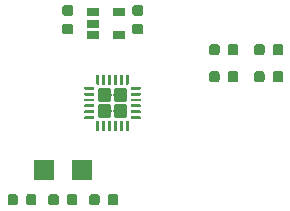
<source format=gbr>
G04 #@! TF.GenerationSoftware,KiCad,Pcbnew,(5.1.2)-1*
G04 #@! TF.CreationDate,2019-08-24T20:09:31-04:00*
G04 #@! TF.ProjectId,REV Type-C V3,52455620-5479-4706-952d-432056332e6b,rev?*
G04 #@! TF.SameCoordinates,Original*
G04 #@! TF.FileFunction,Paste,Top*
G04 #@! TF.FilePolarity,Positive*
%FSLAX46Y46*%
G04 Gerber Fmt 4.6, Leading zero omitted, Abs format (unit mm)*
G04 Created by KiCad (PCBNEW (5.1.2)-1) date 2019-08-24 20:09:31*
%MOMM*%
%LPD*%
G04 APERTURE LIST*
%ADD10C,0.100000*%
%ADD11C,0.250000*%
%ADD12C,1.170000*%
%ADD13C,0.875000*%
%ADD14R,1.750000X1.800000*%
%ADD15R,1.060000X0.650000*%
G04 APERTURE END LIST*
D10*
G36*
X124873626Y-78017801D02*
G01*
X124879693Y-78018701D01*
X124885643Y-78020191D01*
X124891418Y-78022258D01*
X124896962Y-78024880D01*
X124902223Y-78028033D01*
X124907150Y-78031687D01*
X124911694Y-78035806D01*
X124915813Y-78040350D01*
X124919467Y-78045277D01*
X124922620Y-78050538D01*
X124925242Y-78056082D01*
X124927309Y-78061857D01*
X124928799Y-78067807D01*
X124929699Y-78073874D01*
X124930000Y-78080000D01*
X124930000Y-78205000D01*
X124929699Y-78211126D01*
X124928799Y-78217193D01*
X124927309Y-78223143D01*
X124925242Y-78228918D01*
X124922620Y-78234462D01*
X124919467Y-78239723D01*
X124915813Y-78244650D01*
X124911694Y-78249194D01*
X124907150Y-78253313D01*
X124902223Y-78256967D01*
X124896962Y-78260120D01*
X124891418Y-78262742D01*
X124885643Y-78264809D01*
X124879693Y-78266299D01*
X124873626Y-78267199D01*
X124867500Y-78267500D01*
X124167500Y-78267500D01*
X124161374Y-78267199D01*
X124155307Y-78266299D01*
X124149357Y-78264809D01*
X124143582Y-78262742D01*
X124138038Y-78260120D01*
X124132777Y-78256967D01*
X124127850Y-78253313D01*
X124123306Y-78249194D01*
X124119187Y-78244650D01*
X124115533Y-78239723D01*
X124112380Y-78234462D01*
X124109758Y-78228918D01*
X124107691Y-78223143D01*
X124106201Y-78217193D01*
X124105301Y-78211126D01*
X124105000Y-78205000D01*
X124105000Y-78080000D01*
X124105301Y-78073874D01*
X124106201Y-78067807D01*
X124107691Y-78061857D01*
X124109758Y-78056082D01*
X124112380Y-78050538D01*
X124115533Y-78045277D01*
X124119187Y-78040350D01*
X124123306Y-78035806D01*
X124127850Y-78031687D01*
X124132777Y-78028033D01*
X124138038Y-78024880D01*
X124143582Y-78022258D01*
X124149357Y-78020191D01*
X124155307Y-78018701D01*
X124161374Y-78017801D01*
X124167500Y-78017500D01*
X124867500Y-78017500D01*
X124873626Y-78017801D01*
X124873626Y-78017801D01*
G37*
D11*
X124517500Y-78142500D03*
D10*
G36*
X124873626Y-77517801D02*
G01*
X124879693Y-77518701D01*
X124885643Y-77520191D01*
X124891418Y-77522258D01*
X124896962Y-77524880D01*
X124902223Y-77528033D01*
X124907150Y-77531687D01*
X124911694Y-77535806D01*
X124915813Y-77540350D01*
X124919467Y-77545277D01*
X124922620Y-77550538D01*
X124925242Y-77556082D01*
X124927309Y-77561857D01*
X124928799Y-77567807D01*
X124929699Y-77573874D01*
X124930000Y-77580000D01*
X124930000Y-77705000D01*
X124929699Y-77711126D01*
X124928799Y-77717193D01*
X124927309Y-77723143D01*
X124925242Y-77728918D01*
X124922620Y-77734462D01*
X124919467Y-77739723D01*
X124915813Y-77744650D01*
X124911694Y-77749194D01*
X124907150Y-77753313D01*
X124902223Y-77756967D01*
X124896962Y-77760120D01*
X124891418Y-77762742D01*
X124885643Y-77764809D01*
X124879693Y-77766299D01*
X124873626Y-77767199D01*
X124867500Y-77767500D01*
X124167500Y-77767500D01*
X124161374Y-77767199D01*
X124155307Y-77766299D01*
X124149357Y-77764809D01*
X124143582Y-77762742D01*
X124138038Y-77760120D01*
X124132777Y-77756967D01*
X124127850Y-77753313D01*
X124123306Y-77749194D01*
X124119187Y-77744650D01*
X124115533Y-77739723D01*
X124112380Y-77734462D01*
X124109758Y-77728918D01*
X124107691Y-77723143D01*
X124106201Y-77717193D01*
X124105301Y-77711126D01*
X124105000Y-77705000D01*
X124105000Y-77580000D01*
X124105301Y-77573874D01*
X124106201Y-77567807D01*
X124107691Y-77561857D01*
X124109758Y-77556082D01*
X124112380Y-77550538D01*
X124115533Y-77545277D01*
X124119187Y-77540350D01*
X124123306Y-77535806D01*
X124127850Y-77531687D01*
X124132777Y-77528033D01*
X124138038Y-77524880D01*
X124143582Y-77522258D01*
X124149357Y-77520191D01*
X124155307Y-77518701D01*
X124161374Y-77517801D01*
X124167500Y-77517500D01*
X124867500Y-77517500D01*
X124873626Y-77517801D01*
X124873626Y-77517801D01*
G37*
D11*
X124517500Y-77642500D03*
D10*
G36*
X124873626Y-77017801D02*
G01*
X124879693Y-77018701D01*
X124885643Y-77020191D01*
X124891418Y-77022258D01*
X124896962Y-77024880D01*
X124902223Y-77028033D01*
X124907150Y-77031687D01*
X124911694Y-77035806D01*
X124915813Y-77040350D01*
X124919467Y-77045277D01*
X124922620Y-77050538D01*
X124925242Y-77056082D01*
X124927309Y-77061857D01*
X124928799Y-77067807D01*
X124929699Y-77073874D01*
X124930000Y-77080000D01*
X124930000Y-77205000D01*
X124929699Y-77211126D01*
X124928799Y-77217193D01*
X124927309Y-77223143D01*
X124925242Y-77228918D01*
X124922620Y-77234462D01*
X124919467Y-77239723D01*
X124915813Y-77244650D01*
X124911694Y-77249194D01*
X124907150Y-77253313D01*
X124902223Y-77256967D01*
X124896962Y-77260120D01*
X124891418Y-77262742D01*
X124885643Y-77264809D01*
X124879693Y-77266299D01*
X124873626Y-77267199D01*
X124867500Y-77267500D01*
X124167500Y-77267500D01*
X124161374Y-77267199D01*
X124155307Y-77266299D01*
X124149357Y-77264809D01*
X124143582Y-77262742D01*
X124138038Y-77260120D01*
X124132777Y-77256967D01*
X124127850Y-77253313D01*
X124123306Y-77249194D01*
X124119187Y-77244650D01*
X124115533Y-77239723D01*
X124112380Y-77234462D01*
X124109758Y-77228918D01*
X124107691Y-77223143D01*
X124106201Y-77217193D01*
X124105301Y-77211126D01*
X124105000Y-77205000D01*
X124105000Y-77080000D01*
X124105301Y-77073874D01*
X124106201Y-77067807D01*
X124107691Y-77061857D01*
X124109758Y-77056082D01*
X124112380Y-77050538D01*
X124115533Y-77045277D01*
X124119187Y-77040350D01*
X124123306Y-77035806D01*
X124127850Y-77031687D01*
X124132777Y-77028033D01*
X124138038Y-77024880D01*
X124143582Y-77022258D01*
X124149357Y-77020191D01*
X124155307Y-77018701D01*
X124161374Y-77017801D01*
X124167500Y-77017500D01*
X124867500Y-77017500D01*
X124873626Y-77017801D01*
X124873626Y-77017801D01*
G37*
D11*
X124517500Y-77142500D03*
D10*
G36*
X124873626Y-76517801D02*
G01*
X124879693Y-76518701D01*
X124885643Y-76520191D01*
X124891418Y-76522258D01*
X124896962Y-76524880D01*
X124902223Y-76528033D01*
X124907150Y-76531687D01*
X124911694Y-76535806D01*
X124915813Y-76540350D01*
X124919467Y-76545277D01*
X124922620Y-76550538D01*
X124925242Y-76556082D01*
X124927309Y-76561857D01*
X124928799Y-76567807D01*
X124929699Y-76573874D01*
X124930000Y-76580000D01*
X124930000Y-76705000D01*
X124929699Y-76711126D01*
X124928799Y-76717193D01*
X124927309Y-76723143D01*
X124925242Y-76728918D01*
X124922620Y-76734462D01*
X124919467Y-76739723D01*
X124915813Y-76744650D01*
X124911694Y-76749194D01*
X124907150Y-76753313D01*
X124902223Y-76756967D01*
X124896962Y-76760120D01*
X124891418Y-76762742D01*
X124885643Y-76764809D01*
X124879693Y-76766299D01*
X124873626Y-76767199D01*
X124867500Y-76767500D01*
X124167500Y-76767500D01*
X124161374Y-76767199D01*
X124155307Y-76766299D01*
X124149357Y-76764809D01*
X124143582Y-76762742D01*
X124138038Y-76760120D01*
X124132777Y-76756967D01*
X124127850Y-76753313D01*
X124123306Y-76749194D01*
X124119187Y-76744650D01*
X124115533Y-76739723D01*
X124112380Y-76734462D01*
X124109758Y-76728918D01*
X124107691Y-76723143D01*
X124106201Y-76717193D01*
X124105301Y-76711126D01*
X124105000Y-76705000D01*
X124105000Y-76580000D01*
X124105301Y-76573874D01*
X124106201Y-76567807D01*
X124107691Y-76561857D01*
X124109758Y-76556082D01*
X124112380Y-76550538D01*
X124115533Y-76545277D01*
X124119187Y-76540350D01*
X124123306Y-76535806D01*
X124127850Y-76531687D01*
X124132777Y-76528033D01*
X124138038Y-76524880D01*
X124143582Y-76522258D01*
X124149357Y-76520191D01*
X124155307Y-76518701D01*
X124161374Y-76517801D01*
X124167500Y-76517500D01*
X124867500Y-76517500D01*
X124873626Y-76517801D01*
X124873626Y-76517801D01*
G37*
D11*
X124517500Y-76642500D03*
D10*
G36*
X124873626Y-76017801D02*
G01*
X124879693Y-76018701D01*
X124885643Y-76020191D01*
X124891418Y-76022258D01*
X124896962Y-76024880D01*
X124902223Y-76028033D01*
X124907150Y-76031687D01*
X124911694Y-76035806D01*
X124915813Y-76040350D01*
X124919467Y-76045277D01*
X124922620Y-76050538D01*
X124925242Y-76056082D01*
X124927309Y-76061857D01*
X124928799Y-76067807D01*
X124929699Y-76073874D01*
X124930000Y-76080000D01*
X124930000Y-76205000D01*
X124929699Y-76211126D01*
X124928799Y-76217193D01*
X124927309Y-76223143D01*
X124925242Y-76228918D01*
X124922620Y-76234462D01*
X124919467Y-76239723D01*
X124915813Y-76244650D01*
X124911694Y-76249194D01*
X124907150Y-76253313D01*
X124902223Y-76256967D01*
X124896962Y-76260120D01*
X124891418Y-76262742D01*
X124885643Y-76264809D01*
X124879693Y-76266299D01*
X124873626Y-76267199D01*
X124867500Y-76267500D01*
X124167500Y-76267500D01*
X124161374Y-76267199D01*
X124155307Y-76266299D01*
X124149357Y-76264809D01*
X124143582Y-76262742D01*
X124138038Y-76260120D01*
X124132777Y-76256967D01*
X124127850Y-76253313D01*
X124123306Y-76249194D01*
X124119187Y-76244650D01*
X124115533Y-76239723D01*
X124112380Y-76234462D01*
X124109758Y-76228918D01*
X124107691Y-76223143D01*
X124106201Y-76217193D01*
X124105301Y-76211126D01*
X124105000Y-76205000D01*
X124105000Y-76080000D01*
X124105301Y-76073874D01*
X124106201Y-76067807D01*
X124107691Y-76061857D01*
X124109758Y-76056082D01*
X124112380Y-76050538D01*
X124115533Y-76045277D01*
X124119187Y-76040350D01*
X124123306Y-76035806D01*
X124127850Y-76031687D01*
X124132777Y-76028033D01*
X124138038Y-76024880D01*
X124143582Y-76022258D01*
X124149357Y-76020191D01*
X124155307Y-76018701D01*
X124161374Y-76017801D01*
X124167500Y-76017500D01*
X124867500Y-76017500D01*
X124873626Y-76017801D01*
X124873626Y-76017801D01*
G37*
D11*
X124517500Y-76142500D03*
D10*
G36*
X124873626Y-75517801D02*
G01*
X124879693Y-75518701D01*
X124885643Y-75520191D01*
X124891418Y-75522258D01*
X124896962Y-75524880D01*
X124902223Y-75528033D01*
X124907150Y-75531687D01*
X124911694Y-75535806D01*
X124915813Y-75540350D01*
X124919467Y-75545277D01*
X124922620Y-75550538D01*
X124925242Y-75556082D01*
X124927309Y-75561857D01*
X124928799Y-75567807D01*
X124929699Y-75573874D01*
X124930000Y-75580000D01*
X124930000Y-75705000D01*
X124929699Y-75711126D01*
X124928799Y-75717193D01*
X124927309Y-75723143D01*
X124925242Y-75728918D01*
X124922620Y-75734462D01*
X124919467Y-75739723D01*
X124915813Y-75744650D01*
X124911694Y-75749194D01*
X124907150Y-75753313D01*
X124902223Y-75756967D01*
X124896962Y-75760120D01*
X124891418Y-75762742D01*
X124885643Y-75764809D01*
X124879693Y-75766299D01*
X124873626Y-75767199D01*
X124867500Y-75767500D01*
X124167500Y-75767500D01*
X124161374Y-75767199D01*
X124155307Y-75766299D01*
X124149357Y-75764809D01*
X124143582Y-75762742D01*
X124138038Y-75760120D01*
X124132777Y-75756967D01*
X124127850Y-75753313D01*
X124123306Y-75749194D01*
X124119187Y-75744650D01*
X124115533Y-75739723D01*
X124112380Y-75734462D01*
X124109758Y-75728918D01*
X124107691Y-75723143D01*
X124106201Y-75717193D01*
X124105301Y-75711126D01*
X124105000Y-75705000D01*
X124105000Y-75580000D01*
X124105301Y-75573874D01*
X124106201Y-75567807D01*
X124107691Y-75561857D01*
X124109758Y-75556082D01*
X124112380Y-75550538D01*
X124115533Y-75545277D01*
X124119187Y-75540350D01*
X124123306Y-75535806D01*
X124127850Y-75531687D01*
X124132777Y-75528033D01*
X124138038Y-75524880D01*
X124143582Y-75522258D01*
X124149357Y-75520191D01*
X124155307Y-75518701D01*
X124161374Y-75517801D01*
X124167500Y-75517500D01*
X124867500Y-75517500D01*
X124873626Y-75517801D01*
X124873626Y-75517801D01*
G37*
D11*
X124517500Y-75642500D03*
D10*
G36*
X125298626Y-74517801D02*
G01*
X125304693Y-74518701D01*
X125310643Y-74520191D01*
X125316418Y-74522258D01*
X125321962Y-74524880D01*
X125327223Y-74528033D01*
X125332150Y-74531687D01*
X125336694Y-74535806D01*
X125340813Y-74540350D01*
X125344467Y-74545277D01*
X125347620Y-74550538D01*
X125350242Y-74556082D01*
X125352309Y-74561857D01*
X125353799Y-74567807D01*
X125354699Y-74573874D01*
X125355000Y-74580000D01*
X125355000Y-75280000D01*
X125354699Y-75286126D01*
X125353799Y-75292193D01*
X125352309Y-75298143D01*
X125350242Y-75303918D01*
X125347620Y-75309462D01*
X125344467Y-75314723D01*
X125340813Y-75319650D01*
X125336694Y-75324194D01*
X125332150Y-75328313D01*
X125327223Y-75331967D01*
X125321962Y-75335120D01*
X125316418Y-75337742D01*
X125310643Y-75339809D01*
X125304693Y-75341299D01*
X125298626Y-75342199D01*
X125292500Y-75342500D01*
X125167500Y-75342500D01*
X125161374Y-75342199D01*
X125155307Y-75341299D01*
X125149357Y-75339809D01*
X125143582Y-75337742D01*
X125138038Y-75335120D01*
X125132777Y-75331967D01*
X125127850Y-75328313D01*
X125123306Y-75324194D01*
X125119187Y-75319650D01*
X125115533Y-75314723D01*
X125112380Y-75309462D01*
X125109758Y-75303918D01*
X125107691Y-75298143D01*
X125106201Y-75292193D01*
X125105301Y-75286126D01*
X125105000Y-75280000D01*
X125105000Y-74580000D01*
X125105301Y-74573874D01*
X125106201Y-74567807D01*
X125107691Y-74561857D01*
X125109758Y-74556082D01*
X125112380Y-74550538D01*
X125115533Y-74545277D01*
X125119187Y-74540350D01*
X125123306Y-74535806D01*
X125127850Y-74531687D01*
X125132777Y-74528033D01*
X125138038Y-74524880D01*
X125143582Y-74522258D01*
X125149357Y-74520191D01*
X125155307Y-74518701D01*
X125161374Y-74517801D01*
X125167500Y-74517500D01*
X125292500Y-74517500D01*
X125298626Y-74517801D01*
X125298626Y-74517801D01*
G37*
D11*
X125230000Y-74930000D03*
D10*
G36*
X125798626Y-74517801D02*
G01*
X125804693Y-74518701D01*
X125810643Y-74520191D01*
X125816418Y-74522258D01*
X125821962Y-74524880D01*
X125827223Y-74528033D01*
X125832150Y-74531687D01*
X125836694Y-74535806D01*
X125840813Y-74540350D01*
X125844467Y-74545277D01*
X125847620Y-74550538D01*
X125850242Y-74556082D01*
X125852309Y-74561857D01*
X125853799Y-74567807D01*
X125854699Y-74573874D01*
X125855000Y-74580000D01*
X125855000Y-75280000D01*
X125854699Y-75286126D01*
X125853799Y-75292193D01*
X125852309Y-75298143D01*
X125850242Y-75303918D01*
X125847620Y-75309462D01*
X125844467Y-75314723D01*
X125840813Y-75319650D01*
X125836694Y-75324194D01*
X125832150Y-75328313D01*
X125827223Y-75331967D01*
X125821962Y-75335120D01*
X125816418Y-75337742D01*
X125810643Y-75339809D01*
X125804693Y-75341299D01*
X125798626Y-75342199D01*
X125792500Y-75342500D01*
X125667500Y-75342500D01*
X125661374Y-75342199D01*
X125655307Y-75341299D01*
X125649357Y-75339809D01*
X125643582Y-75337742D01*
X125638038Y-75335120D01*
X125632777Y-75331967D01*
X125627850Y-75328313D01*
X125623306Y-75324194D01*
X125619187Y-75319650D01*
X125615533Y-75314723D01*
X125612380Y-75309462D01*
X125609758Y-75303918D01*
X125607691Y-75298143D01*
X125606201Y-75292193D01*
X125605301Y-75286126D01*
X125605000Y-75280000D01*
X125605000Y-74580000D01*
X125605301Y-74573874D01*
X125606201Y-74567807D01*
X125607691Y-74561857D01*
X125609758Y-74556082D01*
X125612380Y-74550538D01*
X125615533Y-74545277D01*
X125619187Y-74540350D01*
X125623306Y-74535806D01*
X125627850Y-74531687D01*
X125632777Y-74528033D01*
X125638038Y-74524880D01*
X125643582Y-74522258D01*
X125649357Y-74520191D01*
X125655307Y-74518701D01*
X125661374Y-74517801D01*
X125667500Y-74517500D01*
X125792500Y-74517500D01*
X125798626Y-74517801D01*
X125798626Y-74517801D01*
G37*
D11*
X125730000Y-74930000D03*
D10*
G36*
X126298626Y-74517801D02*
G01*
X126304693Y-74518701D01*
X126310643Y-74520191D01*
X126316418Y-74522258D01*
X126321962Y-74524880D01*
X126327223Y-74528033D01*
X126332150Y-74531687D01*
X126336694Y-74535806D01*
X126340813Y-74540350D01*
X126344467Y-74545277D01*
X126347620Y-74550538D01*
X126350242Y-74556082D01*
X126352309Y-74561857D01*
X126353799Y-74567807D01*
X126354699Y-74573874D01*
X126355000Y-74580000D01*
X126355000Y-75280000D01*
X126354699Y-75286126D01*
X126353799Y-75292193D01*
X126352309Y-75298143D01*
X126350242Y-75303918D01*
X126347620Y-75309462D01*
X126344467Y-75314723D01*
X126340813Y-75319650D01*
X126336694Y-75324194D01*
X126332150Y-75328313D01*
X126327223Y-75331967D01*
X126321962Y-75335120D01*
X126316418Y-75337742D01*
X126310643Y-75339809D01*
X126304693Y-75341299D01*
X126298626Y-75342199D01*
X126292500Y-75342500D01*
X126167500Y-75342500D01*
X126161374Y-75342199D01*
X126155307Y-75341299D01*
X126149357Y-75339809D01*
X126143582Y-75337742D01*
X126138038Y-75335120D01*
X126132777Y-75331967D01*
X126127850Y-75328313D01*
X126123306Y-75324194D01*
X126119187Y-75319650D01*
X126115533Y-75314723D01*
X126112380Y-75309462D01*
X126109758Y-75303918D01*
X126107691Y-75298143D01*
X126106201Y-75292193D01*
X126105301Y-75286126D01*
X126105000Y-75280000D01*
X126105000Y-74580000D01*
X126105301Y-74573874D01*
X126106201Y-74567807D01*
X126107691Y-74561857D01*
X126109758Y-74556082D01*
X126112380Y-74550538D01*
X126115533Y-74545277D01*
X126119187Y-74540350D01*
X126123306Y-74535806D01*
X126127850Y-74531687D01*
X126132777Y-74528033D01*
X126138038Y-74524880D01*
X126143582Y-74522258D01*
X126149357Y-74520191D01*
X126155307Y-74518701D01*
X126161374Y-74517801D01*
X126167500Y-74517500D01*
X126292500Y-74517500D01*
X126298626Y-74517801D01*
X126298626Y-74517801D01*
G37*
D11*
X126230000Y-74930000D03*
D10*
G36*
X126798626Y-74517801D02*
G01*
X126804693Y-74518701D01*
X126810643Y-74520191D01*
X126816418Y-74522258D01*
X126821962Y-74524880D01*
X126827223Y-74528033D01*
X126832150Y-74531687D01*
X126836694Y-74535806D01*
X126840813Y-74540350D01*
X126844467Y-74545277D01*
X126847620Y-74550538D01*
X126850242Y-74556082D01*
X126852309Y-74561857D01*
X126853799Y-74567807D01*
X126854699Y-74573874D01*
X126855000Y-74580000D01*
X126855000Y-75280000D01*
X126854699Y-75286126D01*
X126853799Y-75292193D01*
X126852309Y-75298143D01*
X126850242Y-75303918D01*
X126847620Y-75309462D01*
X126844467Y-75314723D01*
X126840813Y-75319650D01*
X126836694Y-75324194D01*
X126832150Y-75328313D01*
X126827223Y-75331967D01*
X126821962Y-75335120D01*
X126816418Y-75337742D01*
X126810643Y-75339809D01*
X126804693Y-75341299D01*
X126798626Y-75342199D01*
X126792500Y-75342500D01*
X126667500Y-75342500D01*
X126661374Y-75342199D01*
X126655307Y-75341299D01*
X126649357Y-75339809D01*
X126643582Y-75337742D01*
X126638038Y-75335120D01*
X126632777Y-75331967D01*
X126627850Y-75328313D01*
X126623306Y-75324194D01*
X126619187Y-75319650D01*
X126615533Y-75314723D01*
X126612380Y-75309462D01*
X126609758Y-75303918D01*
X126607691Y-75298143D01*
X126606201Y-75292193D01*
X126605301Y-75286126D01*
X126605000Y-75280000D01*
X126605000Y-74580000D01*
X126605301Y-74573874D01*
X126606201Y-74567807D01*
X126607691Y-74561857D01*
X126609758Y-74556082D01*
X126612380Y-74550538D01*
X126615533Y-74545277D01*
X126619187Y-74540350D01*
X126623306Y-74535806D01*
X126627850Y-74531687D01*
X126632777Y-74528033D01*
X126638038Y-74524880D01*
X126643582Y-74522258D01*
X126649357Y-74520191D01*
X126655307Y-74518701D01*
X126661374Y-74517801D01*
X126667500Y-74517500D01*
X126792500Y-74517500D01*
X126798626Y-74517801D01*
X126798626Y-74517801D01*
G37*
D11*
X126730000Y-74930000D03*
D10*
G36*
X127298626Y-74517801D02*
G01*
X127304693Y-74518701D01*
X127310643Y-74520191D01*
X127316418Y-74522258D01*
X127321962Y-74524880D01*
X127327223Y-74528033D01*
X127332150Y-74531687D01*
X127336694Y-74535806D01*
X127340813Y-74540350D01*
X127344467Y-74545277D01*
X127347620Y-74550538D01*
X127350242Y-74556082D01*
X127352309Y-74561857D01*
X127353799Y-74567807D01*
X127354699Y-74573874D01*
X127355000Y-74580000D01*
X127355000Y-75280000D01*
X127354699Y-75286126D01*
X127353799Y-75292193D01*
X127352309Y-75298143D01*
X127350242Y-75303918D01*
X127347620Y-75309462D01*
X127344467Y-75314723D01*
X127340813Y-75319650D01*
X127336694Y-75324194D01*
X127332150Y-75328313D01*
X127327223Y-75331967D01*
X127321962Y-75335120D01*
X127316418Y-75337742D01*
X127310643Y-75339809D01*
X127304693Y-75341299D01*
X127298626Y-75342199D01*
X127292500Y-75342500D01*
X127167500Y-75342500D01*
X127161374Y-75342199D01*
X127155307Y-75341299D01*
X127149357Y-75339809D01*
X127143582Y-75337742D01*
X127138038Y-75335120D01*
X127132777Y-75331967D01*
X127127850Y-75328313D01*
X127123306Y-75324194D01*
X127119187Y-75319650D01*
X127115533Y-75314723D01*
X127112380Y-75309462D01*
X127109758Y-75303918D01*
X127107691Y-75298143D01*
X127106201Y-75292193D01*
X127105301Y-75286126D01*
X127105000Y-75280000D01*
X127105000Y-74580000D01*
X127105301Y-74573874D01*
X127106201Y-74567807D01*
X127107691Y-74561857D01*
X127109758Y-74556082D01*
X127112380Y-74550538D01*
X127115533Y-74545277D01*
X127119187Y-74540350D01*
X127123306Y-74535806D01*
X127127850Y-74531687D01*
X127132777Y-74528033D01*
X127138038Y-74524880D01*
X127143582Y-74522258D01*
X127149357Y-74520191D01*
X127155307Y-74518701D01*
X127161374Y-74517801D01*
X127167500Y-74517500D01*
X127292500Y-74517500D01*
X127298626Y-74517801D01*
X127298626Y-74517801D01*
G37*
D11*
X127230000Y-74930000D03*
D10*
G36*
X127798626Y-74517801D02*
G01*
X127804693Y-74518701D01*
X127810643Y-74520191D01*
X127816418Y-74522258D01*
X127821962Y-74524880D01*
X127827223Y-74528033D01*
X127832150Y-74531687D01*
X127836694Y-74535806D01*
X127840813Y-74540350D01*
X127844467Y-74545277D01*
X127847620Y-74550538D01*
X127850242Y-74556082D01*
X127852309Y-74561857D01*
X127853799Y-74567807D01*
X127854699Y-74573874D01*
X127855000Y-74580000D01*
X127855000Y-75280000D01*
X127854699Y-75286126D01*
X127853799Y-75292193D01*
X127852309Y-75298143D01*
X127850242Y-75303918D01*
X127847620Y-75309462D01*
X127844467Y-75314723D01*
X127840813Y-75319650D01*
X127836694Y-75324194D01*
X127832150Y-75328313D01*
X127827223Y-75331967D01*
X127821962Y-75335120D01*
X127816418Y-75337742D01*
X127810643Y-75339809D01*
X127804693Y-75341299D01*
X127798626Y-75342199D01*
X127792500Y-75342500D01*
X127667500Y-75342500D01*
X127661374Y-75342199D01*
X127655307Y-75341299D01*
X127649357Y-75339809D01*
X127643582Y-75337742D01*
X127638038Y-75335120D01*
X127632777Y-75331967D01*
X127627850Y-75328313D01*
X127623306Y-75324194D01*
X127619187Y-75319650D01*
X127615533Y-75314723D01*
X127612380Y-75309462D01*
X127609758Y-75303918D01*
X127607691Y-75298143D01*
X127606201Y-75292193D01*
X127605301Y-75286126D01*
X127605000Y-75280000D01*
X127605000Y-74580000D01*
X127605301Y-74573874D01*
X127606201Y-74567807D01*
X127607691Y-74561857D01*
X127609758Y-74556082D01*
X127612380Y-74550538D01*
X127615533Y-74545277D01*
X127619187Y-74540350D01*
X127623306Y-74535806D01*
X127627850Y-74531687D01*
X127632777Y-74528033D01*
X127638038Y-74524880D01*
X127643582Y-74522258D01*
X127649357Y-74520191D01*
X127655307Y-74518701D01*
X127661374Y-74517801D01*
X127667500Y-74517500D01*
X127792500Y-74517500D01*
X127798626Y-74517801D01*
X127798626Y-74517801D01*
G37*
D11*
X127730000Y-74930000D03*
D10*
G36*
X128798626Y-75517801D02*
G01*
X128804693Y-75518701D01*
X128810643Y-75520191D01*
X128816418Y-75522258D01*
X128821962Y-75524880D01*
X128827223Y-75528033D01*
X128832150Y-75531687D01*
X128836694Y-75535806D01*
X128840813Y-75540350D01*
X128844467Y-75545277D01*
X128847620Y-75550538D01*
X128850242Y-75556082D01*
X128852309Y-75561857D01*
X128853799Y-75567807D01*
X128854699Y-75573874D01*
X128855000Y-75580000D01*
X128855000Y-75705000D01*
X128854699Y-75711126D01*
X128853799Y-75717193D01*
X128852309Y-75723143D01*
X128850242Y-75728918D01*
X128847620Y-75734462D01*
X128844467Y-75739723D01*
X128840813Y-75744650D01*
X128836694Y-75749194D01*
X128832150Y-75753313D01*
X128827223Y-75756967D01*
X128821962Y-75760120D01*
X128816418Y-75762742D01*
X128810643Y-75764809D01*
X128804693Y-75766299D01*
X128798626Y-75767199D01*
X128792500Y-75767500D01*
X128092500Y-75767500D01*
X128086374Y-75767199D01*
X128080307Y-75766299D01*
X128074357Y-75764809D01*
X128068582Y-75762742D01*
X128063038Y-75760120D01*
X128057777Y-75756967D01*
X128052850Y-75753313D01*
X128048306Y-75749194D01*
X128044187Y-75744650D01*
X128040533Y-75739723D01*
X128037380Y-75734462D01*
X128034758Y-75728918D01*
X128032691Y-75723143D01*
X128031201Y-75717193D01*
X128030301Y-75711126D01*
X128030000Y-75705000D01*
X128030000Y-75580000D01*
X128030301Y-75573874D01*
X128031201Y-75567807D01*
X128032691Y-75561857D01*
X128034758Y-75556082D01*
X128037380Y-75550538D01*
X128040533Y-75545277D01*
X128044187Y-75540350D01*
X128048306Y-75535806D01*
X128052850Y-75531687D01*
X128057777Y-75528033D01*
X128063038Y-75524880D01*
X128068582Y-75522258D01*
X128074357Y-75520191D01*
X128080307Y-75518701D01*
X128086374Y-75517801D01*
X128092500Y-75517500D01*
X128792500Y-75517500D01*
X128798626Y-75517801D01*
X128798626Y-75517801D01*
G37*
D11*
X128442500Y-75642500D03*
D10*
G36*
X128798626Y-76017801D02*
G01*
X128804693Y-76018701D01*
X128810643Y-76020191D01*
X128816418Y-76022258D01*
X128821962Y-76024880D01*
X128827223Y-76028033D01*
X128832150Y-76031687D01*
X128836694Y-76035806D01*
X128840813Y-76040350D01*
X128844467Y-76045277D01*
X128847620Y-76050538D01*
X128850242Y-76056082D01*
X128852309Y-76061857D01*
X128853799Y-76067807D01*
X128854699Y-76073874D01*
X128855000Y-76080000D01*
X128855000Y-76205000D01*
X128854699Y-76211126D01*
X128853799Y-76217193D01*
X128852309Y-76223143D01*
X128850242Y-76228918D01*
X128847620Y-76234462D01*
X128844467Y-76239723D01*
X128840813Y-76244650D01*
X128836694Y-76249194D01*
X128832150Y-76253313D01*
X128827223Y-76256967D01*
X128821962Y-76260120D01*
X128816418Y-76262742D01*
X128810643Y-76264809D01*
X128804693Y-76266299D01*
X128798626Y-76267199D01*
X128792500Y-76267500D01*
X128092500Y-76267500D01*
X128086374Y-76267199D01*
X128080307Y-76266299D01*
X128074357Y-76264809D01*
X128068582Y-76262742D01*
X128063038Y-76260120D01*
X128057777Y-76256967D01*
X128052850Y-76253313D01*
X128048306Y-76249194D01*
X128044187Y-76244650D01*
X128040533Y-76239723D01*
X128037380Y-76234462D01*
X128034758Y-76228918D01*
X128032691Y-76223143D01*
X128031201Y-76217193D01*
X128030301Y-76211126D01*
X128030000Y-76205000D01*
X128030000Y-76080000D01*
X128030301Y-76073874D01*
X128031201Y-76067807D01*
X128032691Y-76061857D01*
X128034758Y-76056082D01*
X128037380Y-76050538D01*
X128040533Y-76045277D01*
X128044187Y-76040350D01*
X128048306Y-76035806D01*
X128052850Y-76031687D01*
X128057777Y-76028033D01*
X128063038Y-76024880D01*
X128068582Y-76022258D01*
X128074357Y-76020191D01*
X128080307Y-76018701D01*
X128086374Y-76017801D01*
X128092500Y-76017500D01*
X128792500Y-76017500D01*
X128798626Y-76017801D01*
X128798626Y-76017801D01*
G37*
D11*
X128442500Y-76142500D03*
D10*
G36*
X128798626Y-76517801D02*
G01*
X128804693Y-76518701D01*
X128810643Y-76520191D01*
X128816418Y-76522258D01*
X128821962Y-76524880D01*
X128827223Y-76528033D01*
X128832150Y-76531687D01*
X128836694Y-76535806D01*
X128840813Y-76540350D01*
X128844467Y-76545277D01*
X128847620Y-76550538D01*
X128850242Y-76556082D01*
X128852309Y-76561857D01*
X128853799Y-76567807D01*
X128854699Y-76573874D01*
X128855000Y-76580000D01*
X128855000Y-76705000D01*
X128854699Y-76711126D01*
X128853799Y-76717193D01*
X128852309Y-76723143D01*
X128850242Y-76728918D01*
X128847620Y-76734462D01*
X128844467Y-76739723D01*
X128840813Y-76744650D01*
X128836694Y-76749194D01*
X128832150Y-76753313D01*
X128827223Y-76756967D01*
X128821962Y-76760120D01*
X128816418Y-76762742D01*
X128810643Y-76764809D01*
X128804693Y-76766299D01*
X128798626Y-76767199D01*
X128792500Y-76767500D01*
X128092500Y-76767500D01*
X128086374Y-76767199D01*
X128080307Y-76766299D01*
X128074357Y-76764809D01*
X128068582Y-76762742D01*
X128063038Y-76760120D01*
X128057777Y-76756967D01*
X128052850Y-76753313D01*
X128048306Y-76749194D01*
X128044187Y-76744650D01*
X128040533Y-76739723D01*
X128037380Y-76734462D01*
X128034758Y-76728918D01*
X128032691Y-76723143D01*
X128031201Y-76717193D01*
X128030301Y-76711126D01*
X128030000Y-76705000D01*
X128030000Y-76580000D01*
X128030301Y-76573874D01*
X128031201Y-76567807D01*
X128032691Y-76561857D01*
X128034758Y-76556082D01*
X128037380Y-76550538D01*
X128040533Y-76545277D01*
X128044187Y-76540350D01*
X128048306Y-76535806D01*
X128052850Y-76531687D01*
X128057777Y-76528033D01*
X128063038Y-76524880D01*
X128068582Y-76522258D01*
X128074357Y-76520191D01*
X128080307Y-76518701D01*
X128086374Y-76517801D01*
X128092500Y-76517500D01*
X128792500Y-76517500D01*
X128798626Y-76517801D01*
X128798626Y-76517801D01*
G37*
D11*
X128442500Y-76642500D03*
D10*
G36*
X128798626Y-77017801D02*
G01*
X128804693Y-77018701D01*
X128810643Y-77020191D01*
X128816418Y-77022258D01*
X128821962Y-77024880D01*
X128827223Y-77028033D01*
X128832150Y-77031687D01*
X128836694Y-77035806D01*
X128840813Y-77040350D01*
X128844467Y-77045277D01*
X128847620Y-77050538D01*
X128850242Y-77056082D01*
X128852309Y-77061857D01*
X128853799Y-77067807D01*
X128854699Y-77073874D01*
X128855000Y-77080000D01*
X128855000Y-77205000D01*
X128854699Y-77211126D01*
X128853799Y-77217193D01*
X128852309Y-77223143D01*
X128850242Y-77228918D01*
X128847620Y-77234462D01*
X128844467Y-77239723D01*
X128840813Y-77244650D01*
X128836694Y-77249194D01*
X128832150Y-77253313D01*
X128827223Y-77256967D01*
X128821962Y-77260120D01*
X128816418Y-77262742D01*
X128810643Y-77264809D01*
X128804693Y-77266299D01*
X128798626Y-77267199D01*
X128792500Y-77267500D01*
X128092500Y-77267500D01*
X128086374Y-77267199D01*
X128080307Y-77266299D01*
X128074357Y-77264809D01*
X128068582Y-77262742D01*
X128063038Y-77260120D01*
X128057777Y-77256967D01*
X128052850Y-77253313D01*
X128048306Y-77249194D01*
X128044187Y-77244650D01*
X128040533Y-77239723D01*
X128037380Y-77234462D01*
X128034758Y-77228918D01*
X128032691Y-77223143D01*
X128031201Y-77217193D01*
X128030301Y-77211126D01*
X128030000Y-77205000D01*
X128030000Y-77080000D01*
X128030301Y-77073874D01*
X128031201Y-77067807D01*
X128032691Y-77061857D01*
X128034758Y-77056082D01*
X128037380Y-77050538D01*
X128040533Y-77045277D01*
X128044187Y-77040350D01*
X128048306Y-77035806D01*
X128052850Y-77031687D01*
X128057777Y-77028033D01*
X128063038Y-77024880D01*
X128068582Y-77022258D01*
X128074357Y-77020191D01*
X128080307Y-77018701D01*
X128086374Y-77017801D01*
X128092500Y-77017500D01*
X128792500Y-77017500D01*
X128798626Y-77017801D01*
X128798626Y-77017801D01*
G37*
D11*
X128442500Y-77142500D03*
D10*
G36*
X128798626Y-77517801D02*
G01*
X128804693Y-77518701D01*
X128810643Y-77520191D01*
X128816418Y-77522258D01*
X128821962Y-77524880D01*
X128827223Y-77528033D01*
X128832150Y-77531687D01*
X128836694Y-77535806D01*
X128840813Y-77540350D01*
X128844467Y-77545277D01*
X128847620Y-77550538D01*
X128850242Y-77556082D01*
X128852309Y-77561857D01*
X128853799Y-77567807D01*
X128854699Y-77573874D01*
X128855000Y-77580000D01*
X128855000Y-77705000D01*
X128854699Y-77711126D01*
X128853799Y-77717193D01*
X128852309Y-77723143D01*
X128850242Y-77728918D01*
X128847620Y-77734462D01*
X128844467Y-77739723D01*
X128840813Y-77744650D01*
X128836694Y-77749194D01*
X128832150Y-77753313D01*
X128827223Y-77756967D01*
X128821962Y-77760120D01*
X128816418Y-77762742D01*
X128810643Y-77764809D01*
X128804693Y-77766299D01*
X128798626Y-77767199D01*
X128792500Y-77767500D01*
X128092500Y-77767500D01*
X128086374Y-77767199D01*
X128080307Y-77766299D01*
X128074357Y-77764809D01*
X128068582Y-77762742D01*
X128063038Y-77760120D01*
X128057777Y-77756967D01*
X128052850Y-77753313D01*
X128048306Y-77749194D01*
X128044187Y-77744650D01*
X128040533Y-77739723D01*
X128037380Y-77734462D01*
X128034758Y-77728918D01*
X128032691Y-77723143D01*
X128031201Y-77717193D01*
X128030301Y-77711126D01*
X128030000Y-77705000D01*
X128030000Y-77580000D01*
X128030301Y-77573874D01*
X128031201Y-77567807D01*
X128032691Y-77561857D01*
X128034758Y-77556082D01*
X128037380Y-77550538D01*
X128040533Y-77545277D01*
X128044187Y-77540350D01*
X128048306Y-77535806D01*
X128052850Y-77531687D01*
X128057777Y-77528033D01*
X128063038Y-77524880D01*
X128068582Y-77522258D01*
X128074357Y-77520191D01*
X128080307Y-77518701D01*
X128086374Y-77517801D01*
X128092500Y-77517500D01*
X128792500Y-77517500D01*
X128798626Y-77517801D01*
X128798626Y-77517801D01*
G37*
D11*
X128442500Y-77642500D03*
D10*
G36*
X128798626Y-78017801D02*
G01*
X128804693Y-78018701D01*
X128810643Y-78020191D01*
X128816418Y-78022258D01*
X128821962Y-78024880D01*
X128827223Y-78028033D01*
X128832150Y-78031687D01*
X128836694Y-78035806D01*
X128840813Y-78040350D01*
X128844467Y-78045277D01*
X128847620Y-78050538D01*
X128850242Y-78056082D01*
X128852309Y-78061857D01*
X128853799Y-78067807D01*
X128854699Y-78073874D01*
X128855000Y-78080000D01*
X128855000Y-78205000D01*
X128854699Y-78211126D01*
X128853799Y-78217193D01*
X128852309Y-78223143D01*
X128850242Y-78228918D01*
X128847620Y-78234462D01*
X128844467Y-78239723D01*
X128840813Y-78244650D01*
X128836694Y-78249194D01*
X128832150Y-78253313D01*
X128827223Y-78256967D01*
X128821962Y-78260120D01*
X128816418Y-78262742D01*
X128810643Y-78264809D01*
X128804693Y-78266299D01*
X128798626Y-78267199D01*
X128792500Y-78267500D01*
X128092500Y-78267500D01*
X128086374Y-78267199D01*
X128080307Y-78266299D01*
X128074357Y-78264809D01*
X128068582Y-78262742D01*
X128063038Y-78260120D01*
X128057777Y-78256967D01*
X128052850Y-78253313D01*
X128048306Y-78249194D01*
X128044187Y-78244650D01*
X128040533Y-78239723D01*
X128037380Y-78234462D01*
X128034758Y-78228918D01*
X128032691Y-78223143D01*
X128031201Y-78217193D01*
X128030301Y-78211126D01*
X128030000Y-78205000D01*
X128030000Y-78080000D01*
X128030301Y-78073874D01*
X128031201Y-78067807D01*
X128032691Y-78061857D01*
X128034758Y-78056082D01*
X128037380Y-78050538D01*
X128040533Y-78045277D01*
X128044187Y-78040350D01*
X128048306Y-78035806D01*
X128052850Y-78031687D01*
X128057777Y-78028033D01*
X128063038Y-78024880D01*
X128068582Y-78022258D01*
X128074357Y-78020191D01*
X128080307Y-78018701D01*
X128086374Y-78017801D01*
X128092500Y-78017500D01*
X128792500Y-78017500D01*
X128798626Y-78017801D01*
X128798626Y-78017801D01*
G37*
D11*
X128442500Y-78142500D03*
D10*
G36*
X127798626Y-78442801D02*
G01*
X127804693Y-78443701D01*
X127810643Y-78445191D01*
X127816418Y-78447258D01*
X127821962Y-78449880D01*
X127827223Y-78453033D01*
X127832150Y-78456687D01*
X127836694Y-78460806D01*
X127840813Y-78465350D01*
X127844467Y-78470277D01*
X127847620Y-78475538D01*
X127850242Y-78481082D01*
X127852309Y-78486857D01*
X127853799Y-78492807D01*
X127854699Y-78498874D01*
X127855000Y-78505000D01*
X127855000Y-79205000D01*
X127854699Y-79211126D01*
X127853799Y-79217193D01*
X127852309Y-79223143D01*
X127850242Y-79228918D01*
X127847620Y-79234462D01*
X127844467Y-79239723D01*
X127840813Y-79244650D01*
X127836694Y-79249194D01*
X127832150Y-79253313D01*
X127827223Y-79256967D01*
X127821962Y-79260120D01*
X127816418Y-79262742D01*
X127810643Y-79264809D01*
X127804693Y-79266299D01*
X127798626Y-79267199D01*
X127792500Y-79267500D01*
X127667500Y-79267500D01*
X127661374Y-79267199D01*
X127655307Y-79266299D01*
X127649357Y-79264809D01*
X127643582Y-79262742D01*
X127638038Y-79260120D01*
X127632777Y-79256967D01*
X127627850Y-79253313D01*
X127623306Y-79249194D01*
X127619187Y-79244650D01*
X127615533Y-79239723D01*
X127612380Y-79234462D01*
X127609758Y-79228918D01*
X127607691Y-79223143D01*
X127606201Y-79217193D01*
X127605301Y-79211126D01*
X127605000Y-79205000D01*
X127605000Y-78505000D01*
X127605301Y-78498874D01*
X127606201Y-78492807D01*
X127607691Y-78486857D01*
X127609758Y-78481082D01*
X127612380Y-78475538D01*
X127615533Y-78470277D01*
X127619187Y-78465350D01*
X127623306Y-78460806D01*
X127627850Y-78456687D01*
X127632777Y-78453033D01*
X127638038Y-78449880D01*
X127643582Y-78447258D01*
X127649357Y-78445191D01*
X127655307Y-78443701D01*
X127661374Y-78442801D01*
X127667500Y-78442500D01*
X127792500Y-78442500D01*
X127798626Y-78442801D01*
X127798626Y-78442801D01*
G37*
D11*
X127730000Y-78855000D03*
D10*
G36*
X127298626Y-78442801D02*
G01*
X127304693Y-78443701D01*
X127310643Y-78445191D01*
X127316418Y-78447258D01*
X127321962Y-78449880D01*
X127327223Y-78453033D01*
X127332150Y-78456687D01*
X127336694Y-78460806D01*
X127340813Y-78465350D01*
X127344467Y-78470277D01*
X127347620Y-78475538D01*
X127350242Y-78481082D01*
X127352309Y-78486857D01*
X127353799Y-78492807D01*
X127354699Y-78498874D01*
X127355000Y-78505000D01*
X127355000Y-79205000D01*
X127354699Y-79211126D01*
X127353799Y-79217193D01*
X127352309Y-79223143D01*
X127350242Y-79228918D01*
X127347620Y-79234462D01*
X127344467Y-79239723D01*
X127340813Y-79244650D01*
X127336694Y-79249194D01*
X127332150Y-79253313D01*
X127327223Y-79256967D01*
X127321962Y-79260120D01*
X127316418Y-79262742D01*
X127310643Y-79264809D01*
X127304693Y-79266299D01*
X127298626Y-79267199D01*
X127292500Y-79267500D01*
X127167500Y-79267500D01*
X127161374Y-79267199D01*
X127155307Y-79266299D01*
X127149357Y-79264809D01*
X127143582Y-79262742D01*
X127138038Y-79260120D01*
X127132777Y-79256967D01*
X127127850Y-79253313D01*
X127123306Y-79249194D01*
X127119187Y-79244650D01*
X127115533Y-79239723D01*
X127112380Y-79234462D01*
X127109758Y-79228918D01*
X127107691Y-79223143D01*
X127106201Y-79217193D01*
X127105301Y-79211126D01*
X127105000Y-79205000D01*
X127105000Y-78505000D01*
X127105301Y-78498874D01*
X127106201Y-78492807D01*
X127107691Y-78486857D01*
X127109758Y-78481082D01*
X127112380Y-78475538D01*
X127115533Y-78470277D01*
X127119187Y-78465350D01*
X127123306Y-78460806D01*
X127127850Y-78456687D01*
X127132777Y-78453033D01*
X127138038Y-78449880D01*
X127143582Y-78447258D01*
X127149357Y-78445191D01*
X127155307Y-78443701D01*
X127161374Y-78442801D01*
X127167500Y-78442500D01*
X127292500Y-78442500D01*
X127298626Y-78442801D01*
X127298626Y-78442801D01*
G37*
D11*
X127230000Y-78855000D03*
D10*
G36*
X126798626Y-78442801D02*
G01*
X126804693Y-78443701D01*
X126810643Y-78445191D01*
X126816418Y-78447258D01*
X126821962Y-78449880D01*
X126827223Y-78453033D01*
X126832150Y-78456687D01*
X126836694Y-78460806D01*
X126840813Y-78465350D01*
X126844467Y-78470277D01*
X126847620Y-78475538D01*
X126850242Y-78481082D01*
X126852309Y-78486857D01*
X126853799Y-78492807D01*
X126854699Y-78498874D01*
X126855000Y-78505000D01*
X126855000Y-79205000D01*
X126854699Y-79211126D01*
X126853799Y-79217193D01*
X126852309Y-79223143D01*
X126850242Y-79228918D01*
X126847620Y-79234462D01*
X126844467Y-79239723D01*
X126840813Y-79244650D01*
X126836694Y-79249194D01*
X126832150Y-79253313D01*
X126827223Y-79256967D01*
X126821962Y-79260120D01*
X126816418Y-79262742D01*
X126810643Y-79264809D01*
X126804693Y-79266299D01*
X126798626Y-79267199D01*
X126792500Y-79267500D01*
X126667500Y-79267500D01*
X126661374Y-79267199D01*
X126655307Y-79266299D01*
X126649357Y-79264809D01*
X126643582Y-79262742D01*
X126638038Y-79260120D01*
X126632777Y-79256967D01*
X126627850Y-79253313D01*
X126623306Y-79249194D01*
X126619187Y-79244650D01*
X126615533Y-79239723D01*
X126612380Y-79234462D01*
X126609758Y-79228918D01*
X126607691Y-79223143D01*
X126606201Y-79217193D01*
X126605301Y-79211126D01*
X126605000Y-79205000D01*
X126605000Y-78505000D01*
X126605301Y-78498874D01*
X126606201Y-78492807D01*
X126607691Y-78486857D01*
X126609758Y-78481082D01*
X126612380Y-78475538D01*
X126615533Y-78470277D01*
X126619187Y-78465350D01*
X126623306Y-78460806D01*
X126627850Y-78456687D01*
X126632777Y-78453033D01*
X126638038Y-78449880D01*
X126643582Y-78447258D01*
X126649357Y-78445191D01*
X126655307Y-78443701D01*
X126661374Y-78442801D01*
X126667500Y-78442500D01*
X126792500Y-78442500D01*
X126798626Y-78442801D01*
X126798626Y-78442801D01*
G37*
D11*
X126730000Y-78855000D03*
D10*
G36*
X126298626Y-78442801D02*
G01*
X126304693Y-78443701D01*
X126310643Y-78445191D01*
X126316418Y-78447258D01*
X126321962Y-78449880D01*
X126327223Y-78453033D01*
X126332150Y-78456687D01*
X126336694Y-78460806D01*
X126340813Y-78465350D01*
X126344467Y-78470277D01*
X126347620Y-78475538D01*
X126350242Y-78481082D01*
X126352309Y-78486857D01*
X126353799Y-78492807D01*
X126354699Y-78498874D01*
X126355000Y-78505000D01*
X126355000Y-79205000D01*
X126354699Y-79211126D01*
X126353799Y-79217193D01*
X126352309Y-79223143D01*
X126350242Y-79228918D01*
X126347620Y-79234462D01*
X126344467Y-79239723D01*
X126340813Y-79244650D01*
X126336694Y-79249194D01*
X126332150Y-79253313D01*
X126327223Y-79256967D01*
X126321962Y-79260120D01*
X126316418Y-79262742D01*
X126310643Y-79264809D01*
X126304693Y-79266299D01*
X126298626Y-79267199D01*
X126292500Y-79267500D01*
X126167500Y-79267500D01*
X126161374Y-79267199D01*
X126155307Y-79266299D01*
X126149357Y-79264809D01*
X126143582Y-79262742D01*
X126138038Y-79260120D01*
X126132777Y-79256967D01*
X126127850Y-79253313D01*
X126123306Y-79249194D01*
X126119187Y-79244650D01*
X126115533Y-79239723D01*
X126112380Y-79234462D01*
X126109758Y-79228918D01*
X126107691Y-79223143D01*
X126106201Y-79217193D01*
X126105301Y-79211126D01*
X126105000Y-79205000D01*
X126105000Y-78505000D01*
X126105301Y-78498874D01*
X126106201Y-78492807D01*
X126107691Y-78486857D01*
X126109758Y-78481082D01*
X126112380Y-78475538D01*
X126115533Y-78470277D01*
X126119187Y-78465350D01*
X126123306Y-78460806D01*
X126127850Y-78456687D01*
X126132777Y-78453033D01*
X126138038Y-78449880D01*
X126143582Y-78447258D01*
X126149357Y-78445191D01*
X126155307Y-78443701D01*
X126161374Y-78442801D01*
X126167500Y-78442500D01*
X126292500Y-78442500D01*
X126298626Y-78442801D01*
X126298626Y-78442801D01*
G37*
D11*
X126230000Y-78855000D03*
D10*
G36*
X125798626Y-78442801D02*
G01*
X125804693Y-78443701D01*
X125810643Y-78445191D01*
X125816418Y-78447258D01*
X125821962Y-78449880D01*
X125827223Y-78453033D01*
X125832150Y-78456687D01*
X125836694Y-78460806D01*
X125840813Y-78465350D01*
X125844467Y-78470277D01*
X125847620Y-78475538D01*
X125850242Y-78481082D01*
X125852309Y-78486857D01*
X125853799Y-78492807D01*
X125854699Y-78498874D01*
X125855000Y-78505000D01*
X125855000Y-79205000D01*
X125854699Y-79211126D01*
X125853799Y-79217193D01*
X125852309Y-79223143D01*
X125850242Y-79228918D01*
X125847620Y-79234462D01*
X125844467Y-79239723D01*
X125840813Y-79244650D01*
X125836694Y-79249194D01*
X125832150Y-79253313D01*
X125827223Y-79256967D01*
X125821962Y-79260120D01*
X125816418Y-79262742D01*
X125810643Y-79264809D01*
X125804693Y-79266299D01*
X125798626Y-79267199D01*
X125792500Y-79267500D01*
X125667500Y-79267500D01*
X125661374Y-79267199D01*
X125655307Y-79266299D01*
X125649357Y-79264809D01*
X125643582Y-79262742D01*
X125638038Y-79260120D01*
X125632777Y-79256967D01*
X125627850Y-79253313D01*
X125623306Y-79249194D01*
X125619187Y-79244650D01*
X125615533Y-79239723D01*
X125612380Y-79234462D01*
X125609758Y-79228918D01*
X125607691Y-79223143D01*
X125606201Y-79217193D01*
X125605301Y-79211126D01*
X125605000Y-79205000D01*
X125605000Y-78505000D01*
X125605301Y-78498874D01*
X125606201Y-78492807D01*
X125607691Y-78486857D01*
X125609758Y-78481082D01*
X125612380Y-78475538D01*
X125615533Y-78470277D01*
X125619187Y-78465350D01*
X125623306Y-78460806D01*
X125627850Y-78456687D01*
X125632777Y-78453033D01*
X125638038Y-78449880D01*
X125643582Y-78447258D01*
X125649357Y-78445191D01*
X125655307Y-78443701D01*
X125661374Y-78442801D01*
X125667500Y-78442500D01*
X125792500Y-78442500D01*
X125798626Y-78442801D01*
X125798626Y-78442801D01*
G37*
D11*
X125730000Y-78855000D03*
D10*
G36*
X125298626Y-78442801D02*
G01*
X125304693Y-78443701D01*
X125310643Y-78445191D01*
X125316418Y-78447258D01*
X125321962Y-78449880D01*
X125327223Y-78453033D01*
X125332150Y-78456687D01*
X125336694Y-78460806D01*
X125340813Y-78465350D01*
X125344467Y-78470277D01*
X125347620Y-78475538D01*
X125350242Y-78481082D01*
X125352309Y-78486857D01*
X125353799Y-78492807D01*
X125354699Y-78498874D01*
X125355000Y-78505000D01*
X125355000Y-79205000D01*
X125354699Y-79211126D01*
X125353799Y-79217193D01*
X125352309Y-79223143D01*
X125350242Y-79228918D01*
X125347620Y-79234462D01*
X125344467Y-79239723D01*
X125340813Y-79244650D01*
X125336694Y-79249194D01*
X125332150Y-79253313D01*
X125327223Y-79256967D01*
X125321962Y-79260120D01*
X125316418Y-79262742D01*
X125310643Y-79264809D01*
X125304693Y-79266299D01*
X125298626Y-79267199D01*
X125292500Y-79267500D01*
X125167500Y-79267500D01*
X125161374Y-79267199D01*
X125155307Y-79266299D01*
X125149357Y-79264809D01*
X125143582Y-79262742D01*
X125138038Y-79260120D01*
X125132777Y-79256967D01*
X125127850Y-79253313D01*
X125123306Y-79249194D01*
X125119187Y-79244650D01*
X125115533Y-79239723D01*
X125112380Y-79234462D01*
X125109758Y-79228918D01*
X125107691Y-79223143D01*
X125106201Y-79217193D01*
X125105301Y-79211126D01*
X125105000Y-79205000D01*
X125105000Y-78505000D01*
X125105301Y-78498874D01*
X125106201Y-78492807D01*
X125107691Y-78486857D01*
X125109758Y-78481082D01*
X125112380Y-78475538D01*
X125115533Y-78470277D01*
X125119187Y-78465350D01*
X125123306Y-78460806D01*
X125127850Y-78456687D01*
X125132777Y-78453033D01*
X125138038Y-78449880D01*
X125143582Y-78447258D01*
X125149357Y-78445191D01*
X125155307Y-78443701D01*
X125161374Y-78442801D01*
X125167500Y-78442500D01*
X125292500Y-78442500D01*
X125298626Y-78442801D01*
X125298626Y-78442801D01*
G37*
D11*
X125230000Y-78855000D03*
D10*
G36*
X127514505Y-75633704D02*
G01*
X127538773Y-75637304D01*
X127562572Y-75643265D01*
X127585671Y-75651530D01*
X127607850Y-75662020D01*
X127628893Y-75674632D01*
X127648599Y-75689247D01*
X127666777Y-75705723D01*
X127683253Y-75723901D01*
X127697868Y-75743607D01*
X127710480Y-75764650D01*
X127720970Y-75786829D01*
X127729235Y-75809928D01*
X127735196Y-75833727D01*
X127738796Y-75857995D01*
X127740000Y-75882499D01*
X127740000Y-76552501D01*
X127738796Y-76577005D01*
X127735196Y-76601273D01*
X127729235Y-76625072D01*
X127720970Y-76648171D01*
X127710480Y-76670350D01*
X127697868Y-76691393D01*
X127683253Y-76711099D01*
X127666777Y-76729277D01*
X127648599Y-76745753D01*
X127628893Y-76760368D01*
X127607850Y-76772980D01*
X127585671Y-76783470D01*
X127562572Y-76791735D01*
X127538773Y-76797696D01*
X127514505Y-76801296D01*
X127490001Y-76802500D01*
X126819999Y-76802500D01*
X126795495Y-76801296D01*
X126771227Y-76797696D01*
X126747428Y-76791735D01*
X126724329Y-76783470D01*
X126702150Y-76772980D01*
X126681107Y-76760368D01*
X126661401Y-76745753D01*
X126643223Y-76729277D01*
X126626747Y-76711099D01*
X126612132Y-76691393D01*
X126599520Y-76670350D01*
X126589030Y-76648171D01*
X126580765Y-76625072D01*
X126574804Y-76601273D01*
X126571204Y-76577005D01*
X126570000Y-76552501D01*
X126570000Y-75882499D01*
X126571204Y-75857995D01*
X126574804Y-75833727D01*
X126580765Y-75809928D01*
X126589030Y-75786829D01*
X126599520Y-75764650D01*
X126612132Y-75743607D01*
X126626747Y-75723901D01*
X126643223Y-75705723D01*
X126661401Y-75689247D01*
X126681107Y-75674632D01*
X126702150Y-75662020D01*
X126724329Y-75651530D01*
X126747428Y-75643265D01*
X126771227Y-75637304D01*
X126795495Y-75633704D01*
X126819999Y-75632500D01*
X127490001Y-75632500D01*
X127514505Y-75633704D01*
X127514505Y-75633704D01*
G37*
D12*
X127155000Y-76217500D03*
D10*
G36*
X126164505Y-75633704D02*
G01*
X126188773Y-75637304D01*
X126212572Y-75643265D01*
X126235671Y-75651530D01*
X126257850Y-75662020D01*
X126278893Y-75674632D01*
X126298599Y-75689247D01*
X126316777Y-75705723D01*
X126333253Y-75723901D01*
X126347868Y-75743607D01*
X126360480Y-75764650D01*
X126370970Y-75786829D01*
X126379235Y-75809928D01*
X126385196Y-75833727D01*
X126388796Y-75857995D01*
X126390000Y-75882499D01*
X126390000Y-76552501D01*
X126388796Y-76577005D01*
X126385196Y-76601273D01*
X126379235Y-76625072D01*
X126370970Y-76648171D01*
X126360480Y-76670350D01*
X126347868Y-76691393D01*
X126333253Y-76711099D01*
X126316777Y-76729277D01*
X126298599Y-76745753D01*
X126278893Y-76760368D01*
X126257850Y-76772980D01*
X126235671Y-76783470D01*
X126212572Y-76791735D01*
X126188773Y-76797696D01*
X126164505Y-76801296D01*
X126140001Y-76802500D01*
X125469999Y-76802500D01*
X125445495Y-76801296D01*
X125421227Y-76797696D01*
X125397428Y-76791735D01*
X125374329Y-76783470D01*
X125352150Y-76772980D01*
X125331107Y-76760368D01*
X125311401Y-76745753D01*
X125293223Y-76729277D01*
X125276747Y-76711099D01*
X125262132Y-76691393D01*
X125249520Y-76670350D01*
X125239030Y-76648171D01*
X125230765Y-76625072D01*
X125224804Y-76601273D01*
X125221204Y-76577005D01*
X125220000Y-76552501D01*
X125220000Y-75882499D01*
X125221204Y-75857995D01*
X125224804Y-75833727D01*
X125230765Y-75809928D01*
X125239030Y-75786829D01*
X125249520Y-75764650D01*
X125262132Y-75743607D01*
X125276747Y-75723901D01*
X125293223Y-75705723D01*
X125311401Y-75689247D01*
X125331107Y-75674632D01*
X125352150Y-75662020D01*
X125374329Y-75651530D01*
X125397428Y-75643265D01*
X125421227Y-75637304D01*
X125445495Y-75633704D01*
X125469999Y-75632500D01*
X126140001Y-75632500D01*
X126164505Y-75633704D01*
X126164505Y-75633704D01*
G37*
D12*
X125805000Y-76217500D03*
D10*
G36*
X127514505Y-76983704D02*
G01*
X127538773Y-76987304D01*
X127562572Y-76993265D01*
X127585671Y-77001530D01*
X127607850Y-77012020D01*
X127628893Y-77024632D01*
X127648599Y-77039247D01*
X127666777Y-77055723D01*
X127683253Y-77073901D01*
X127697868Y-77093607D01*
X127710480Y-77114650D01*
X127720970Y-77136829D01*
X127729235Y-77159928D01*
X127735196Y-77183727D01*
X127738796Y-77207995D01*
X127740000Y-77232499D01*
X127740000Y-77902501D01*
X127738796Y-77927005D01*
X127735196Y-77951273D01*
X127729235Y-77975072D01*
X127720970Y-77998171D01*
X127710480Y-78020350D01*
X127697868Y-78041393D01*
X127683253Y-78061099D01*
X127666777Y-78079277D01*
X127648599Y-78095753D01*
X127628893Y-78110368D01*
X127607850Y-78122980D01*
X127585671Y-78133470D01*
X127562572Y-78141735D01*
X127538773Y-78147696D01*
X127514505Y-78151296D01*
X127490001Y-78152500D01*
X126819999Y-78152500D01*
X126795495Y-78151296D01*
X126771227Y-78147696D01*
X126747428Y-78141735D01*
X126724329Y-78133470D01*
X126702150Y-78122980D01*
X126681107Y-78110368D01*
X126661401Y-78095753D01*
X126643223Y-78079277D01*
X126626747Y-78061099D01*
X126612132Y-78041393D01*
X126599520Y-78020350D01*
X126589030Y-77998171D01*
X126580765Y-77975072D01*
X126574804Y-77951273D01*
X126571204Y-77927005D01*
X126570000Y-77902501D01*
X126570000Y-77232499D01*
X126571204Y-77207995D01*
X126574804Y-77183727D01*
X126580765Y-77159928D01*
X126589030Y-77136829D01*
X126599520Y-77114650D01*
X126612132Y-77093607D01*
X126626747Y-77073901D01*
X126643223Y-77055723D01*
X126661401Y-77039247D01*
X126681107Y-77024632D01*
X126702150Y-77012020D01*
X126724329Y-77001530D01*
X126747428Y-76993265D01*
X126771227Y-76987304D01*
X126795495Y-76983704D01*
X126819999Y-76982500D01*
X127490001Y-76982500D01*
X127514505Y-76983704D01*
X127514505Y-76983704D01*
G37*
D12*
X127155000Y-77567500D03*
D10*
G36*
X126164505Y-76983704D02*
G01*
X126188773Y-76987304D01*
X126212572Y-76993265D01*
X126235671Y-77001530D01*
X126257850Y-77012020D01*
X126278893Y-77024632D01*
X126298599Y-77039247D01*
X126316777Y-77055723D01*
X126333253Y-77073901D01*
X126347868Y-77093607D01*
X126360480Y-77114650D01*
X126370970Y-77136829D01*
X126379235Y-77159928D01*
X126385196Y-77183727D01*
X126388796Y-77207995D01*
X126390000Y-77232499D01*
X126390000Y-77902501D01*
X126388796Y-77927005D01*
X126385196Y-77951273D01*
X126379235Y-77975072D01*
X126370970Y-77998171D01*
X126360480Y-78020350D01*
X126347868Y-78041393D01*
X126333253Y-78061099D01*
X126316777Y-78079277D01*
X126298599Y-78095753D01*
X126278893Y-78110368D01*
X126257850Y-78122980D01*
X126235671Y-78133470D01*
X126212572Y-78141735D01*
X126188773Y-78147696D01*
X126164505Y-78151296D01*
X126140001Y-78152500D01*
X125469999Y-78152500D01*
X125445495Y-78151296D01*
X125421227Y-78147696D01*
X125397428Y-78141735D01*
X125374329Y-78133470D01*
X125352150Y-78122980D01*
X125331107Y-78110368D01*
X125311401Y-78095753D01*
X125293223Y-78079277D01*
X125276747Y-78061099D01*
X125262132Y-78041393D01*
X125249520Y-78020350D01*
X125239030Y-77998171D01*
X125230765Y-77975072D01*
X125224804Y-77951273D01*
X125221204Y-77927005D01*
X125220000Y-77902501D01*
X125220000Y-77232499D01*
X125221204Y-77207995D01*
X125224804Y-77183727D01*
X125230765Y-77159928D01*
X125239030Y-77136829D01*
X125249520Y-77114650D01*
X125262132Y-77093607D01*
X125276747Y-77073901D01*
X125293223Y-77055723D01*
X125311401Y-77039247D01*
X125331107Y-77024632D01*
X125352150Y-77012020D01*
X125374329Y-77001530D01*
X125397428Y-76993265D01*
X125421227Y-76987304D01*
X125445495Y-76983704D01*
X125469999Y-76982500D01*
X126140001Y-76982500D01*
X126164505Y-76983704D01*
X126164505Y-76983704D01*
G37*
D12*
X125805000Y-77567500D03*
D10*
G36*
X122967691Y-70201053D02*
G01*
X122988926Y-70204203D01*
X123009750Y-70209419D01*
X123029962Y-70216651D01*
X123049368Y-70225830D01*
X123067781Y-70236866D01*
X123085024Y-70249654D01*
X123100930Y-70264070D01*
X123115346Y-70279976D01*
X123128134Y-70297219D01*
X123139170Y-70315632D01*
X123148349Y-70335038D01*
X123155581Y-70355250D01*
X123160797Y-70376074D01*
X123163947Y-70397309D01*
X123165000Y-70418750D01*
X123165000Y-70856250D01*
X123163947Y-70877691D01*
X123160797Y-70898926D01*
X123155581Y-70919750D01*
X123148349Y-70939962D01*
X123139170Y-70959368D01*
X123128134Y-70977781D01*
X123115346Y-70995024D01*
X123100930Y-71010930D01*
X123085024Y-71025346D01*
X123067781Y-71038134D01*
X123049368Y-71049170D01*
X123029962Y-71058349D01*
X123009750Y-71065581D01*
X122988926Y-71070797D01*
X122967691Y-71073947D01*
X122946250Y-71075000D01*
X122433750Y-71075000D01*
X122412309Y-71073947D01*
X122391074Y-71070797D01*
X122370250Y-71065581D01*
X122350038Y-71058349D01*
X122330632Y-71049170D01*
X122312219Y-71038134D01*
X122294976Y-71025346D01*
X122279070Y-71010930D01*
X122264654Y-70995024D01*
X122251866Y-70977781D01*
X122240830Y-70959368D01*
X122231651Y-70939962D01*
X122224419Y-70919750D01*
X122219203Y-70898926D01*
X122216053Y-70877691D01*
X122215000Y-70856250D01*
X122215000Y-70418750D01*
X122216053Y-70397309D01*
X122219203Y-70376074D01*
X122224419Y-70355250D01*
X122231651Y-70335038D01*
X122240830Y-70315632D01*
X122251866Y-70297219D01*
X122264654Y-70279976D01*
X122279070Y-70264070D01*
X122294976Y-70249654D01*
X122312219Y-70236866D01*
X122330632Y-70225830D01*
X122350038Y-70216651D01*
X122370250Y-70209419D01*
X122391074Y-70204203D01*
X122412309Y-70201053D01*
X122433750Y-70200000D01*
X122946250Y-70200000D01*
X122967691Y-70201053D01*
X122967691Y-70201053D01*
G37*
D13*
X122690000Y-70637500D03*
D10*
G36*
X122967691Y-68626053D02*
G01*
X122988926Y-68629203D01*
X123009750Y-68634419D01*
X123029962Y-68641651D01*
X123049368Y-68650830D01*
X123067781Y-68661866D01*
X123085024Y-68674654D01*
X123100930Y-68689070D01*
X123115346Y-68704976D01*
X123128134Y-68722219D01*
X123139170Y-68740632D01*
X123148349Y-68760038D01*
X123155581Y-68780250D01*
X123160797Y-68801074D01*
X123163947Y-68822309D01*
X123165000Y-68843750D01*
X123165000Y-69281250D01*
X123163947Y-69302691D01*
X123160797Y-69323926D01*
X123155581Y-69344750D01*
X123148349Y-69364962D01*
X123139170Y-69384368D01*
X123128134Y-69402781D01*
X123115346Y-69420024D01*
X123100930Y-69435930D01*
X123085024Y-69450346D01*
X123067781Y-69463134D01*
X123049368Y-69474170D01*
X123029962Y-69483349D01*
X123009750Y-69490581D01*
X122988926Y-69495797D01*
X122967691Y-69498947D01*
X122946250Y-69500000D01*
X122433750Y-69500000D01*
X122412309Y-69498947D01*
X122391074Y-69495797D01*
X122370250Y-69490581D01*
X122350038Y-69483349D01*
X122330632Y-69474170D01*
X122312219Y-69463134D01*
X122294976Y-69450346D01*
X122279070Y-69435930D01*
X122264654Y-69420024D01*
X122251866Y-69402781D01*
X122240830Y-69384368D01*
X122231651Y-69364962D01*
X122224419Y-69344750D01*
X122219203Y-69323926D01*
X122216053Y-69302691D01*
X122215000Y-69281250D01*
X122215000Y-68843750D01*
X122216053Y-68822309D01*
X122219203Y-68801074D01*
X122224419Y-68780250D01*
X122231651Y-68760038D01*
X122240830Y-68740632D01*
X122251866Y-68722219D01*
X122264654Y-68704976D01*
X122279070Y-68689070D01*
X122294976Y-68674654D01*
X122312219Y-68661866D01*
X122330632Y-68650830D01*
X122350038Y-68641651D01*
X122370250Y-68634419D01*
X122391074Y-68629203D01*
X122412309Y-68626053D01*
X122433750Y-68625000D01*
X122946250Y-68625000D01*
X122967691Y-68626053D01*
X122967691Y-68626053D01*
G37*
D13*
X122690000Y-69062500D03*
D14*
X120650000Y-82550000D03*
X123900000Y-82550000D03*
D15*
X127000000Y-69220000D03*
X127000000Y-71120000D03*
X124800000Y-71120000D03*
X124800000Y-70170000D03*
X124800000Y-69220000D03*
D10*
G36*
X135342691Y-71916053D02*
G01*
X135363926Y-71919203D01*
X135384750Y-71924419D01*
X135404962Y-71931651D01*
X135424368Y-71940830D01*
X135442781Y-71951866D01*
X135460024Y-71964654D01*
X135475930Y-71979070D01*
X135490346Y-71994976D01*
X135503134Y-72012219D01*
X135514170Y-72030632D01*
X135523349Y-72050038D01*
X135530581Y-72070250D01*
X135535797Y-72091074D01*
X135538947Y-72112309D01*
X135540000Y-72133750D01*
X135540000Y-72646250D01*
X135538947Y-72667691D01*
X135535797Y-72688926D01*
X135530581Y-72709750D01*
X135523349Y-72729962D01*
X135514170Y-72749368D01*
X135503134Y-72767781D01*
X135490346Y-72785024D01*
X135475930Y-72800930D01*
X135460024Y-72815346D01*
X135442781Y-72828134D01*
X135424368Y-72839170D01*
X135404962Y-72848349D01*
X135384750Y-72855581D01*
X135363926Y-72860797D01*
X135342691Y-72863947D01*
X135321250Y-72865000D01*
X134883750Y-72865000D01*
X134862309Y-72863947D01*
X134841074Y-72860797D01*
X134820250Y-72855581D01*
X134800038Y-72848349D01*
X134780632Y-72839170D01*
X134762219Y-72828134D01*
X134744976Y-72815346D01*
X134729070Y-72800930D01*
X134714654Y-72785024D01*
X134701866Y-72767781D01*
X134690830Y-72749368D01*
X134681651Y-72729962D01*
X134674419Y-72709750D01*
X134669203Y-72688926D01*
X134666053Y-72667691D01*
X134665000Y-72646250D01*
X134665000Y-72133750D01*
X134666053Y-72112309D01*
X134669203Y-72091074D01*
X134674419Y-72070250D01*
X134681651Y-72050038D01*
X134690830Y-72030632D01*
X134701866Y-72012219D01*
X134714654Y-71994976D01*
X134729070Y-71979070D01*
X134744976Y-71964654D01*
X134762219Y-71951866D01*
X134780632Y-71940830D01*
X134800038Y-71931651D01*
X134820250Y-71924419D01*
X134841074Y-71919203D01*
X134862309Y-71916053D01*
X134883750Y-71915000D01*
X135321250Y-71915000D01*
X135342691Y-71916053D01*
X135342691Y-71916053D01*
G37*
D13*
X135102500Y-72390000D03*
D10*
G36*
X136917691Y-71916053D02*
G01*
X136938926Y-71919203D01*
X136959750Y-71924419D01*
X136979962Y-71931651D01*
X136999368Y-71940830D01*
X137017781Y-71951866D01*
X137035024Y-71964654D01*
X137050930Y-71979070D01*
X137065346Y-71994976D01*
X137078134Y-72012219D01*
X137089170Y-72030632D01*
X137098349Y-72050038D01*
X137105581Y-72070250D01*
X137110797Y-72091074D01*
X137113947Y-72112309D01*
X137115000Y-72133750D01*
X137115000Y-72646250D01*
X137113947Y-72667691D01*
X137110797Y-72688926D01*
X137105581Y-72709750D01*
X137098349Y-72729962D01*
X137089170Y-72749368D01*
X137078134Y-72767781D01*
X137065346Y-72785024D01*
X137050930Y-72800930D01*
X137035024Y-72815346D01*
X137017781Y-72828134D01*
X136999368Y-72839170D01*
X136979962Y-72848349D01*
X136959750Y-72855581D01*
X136938926Y-72860797D01*
X136917691Y-72863947D01*
X136896250Y-72865000D01*
X136458750Y-72865000D01*
X136437309Y-72863947D01*
X136416074Y-72860797D01*
X136395250Y-72855581D01*
X136375038Y-72848349D01*
X136355632Y-72839170D01*
X136337219Y-72828134D01*
X136319976Y-72815346D01*
X136304070Y-72800930D01*
X136289654Y-72785024D01*
X136276866Y-72767781D01*
X136265830Y-72749368D01*
X136256651Y-72729962D01*
X136249419Y-72709750D01*
X136244203Y-72688926D01*
X136241053Y-72667691D01*
X136240000Y-72646250D01*
X136240000Y-72133750D01*
X136241053Y-72112309D01*
X136244203Y-72091074D01*
X136249419Y-72070250D01*
X136256651Y-72050038D01*
X136265830Y-72030632D01*
X136276866Y-72012219D01*
X136289654Y-71994976D01*
X136304070Y-71979070D01*
X136319976Y-71964654D01*
X136337219Y-71951866D01*
X136355632Y-71940830D01*
X136375038Y-71931651D01*
X136395250Y-71924419D01*
X136416074Y-71919203D01*
X136437309Y-71916053D01*
X136458750Y-71915000D01*
X136896250Y-71915000D01*
X136917691Y-71916053D01*
X136917691Y-71916053D01*
G37*
D13*
X136677500Y-72390000D03*
D10*
G36*
X139152691Y-71916053D02*
G01*
X139173926Y-71919203D01*
X139194750Y-71924419D01*
X139214962Y-71931651D01*
X139234368Y-71940830D01*
X139252781Y-71951866D01*
X139270024Y-71964654D01*
X139285930Y-71979070D01*
X139300346Y-71994976D01*
X139313134Y-72012219D01*
X139324170Y-72030632D01*
X139333349Y-72050038D01*
X139340581Y-72070250D01*
X139345797Y-72091074D01*
X139348947Y-72112309D01*
X139350000Y-72133750D01*
X139350000Y-72646250D01*
X139348947Y-72667691D01*
X139345797Y-72688926D01*
X139340581Y-72709750D01*
X139333349Y-72729962D01*
X139324170Y-72749368D01*
X139313134Y-72767781D01*
X139300346Y-72785024D01*
X139285930Y-72800930D01*
X139270024Y-72815346D01*
X139252781Y-72828134D01*
X139234368Y-72839170D01*
X139214962Y-72848349D01*
X139194750Y-72855581D01*
X139173926Y-72860797D01*
X139152691Y-72863947D01*
X139131250Y-72865000D01*
X138693750Y-72865000D01*
X138672309Y-72863947D01*
X138651074Y-72860797D01*
X138630250Y-72855581D01*
X138610038Y-72848349D01*
X138590632Y-72839170D01*
X138572219Y-72828134D01*
X138554976Y-72815346D01*
X138539070Y-72800930D01*
X138524654Y-72785024D01*
X138511866Y-72767781D01*
X138500830Y-72749368D01*
X138491651Y-72729962D01*
X138484419Y-72709750D01*
X138479203Y-72688926D01*
X138476053Y-72667691D01*
X138475000Y-72646250D01*
X138475000Y-72133750D01*
X138476053Y-72112309D01*
X138479203Y-72091074D01*
X138484419Y-72070250D01*
X138491651Y-72050038D01*
X138500830Y-72030632D01*
X138511866Y-72012219D01*
X138524654Y-71994976D01*
X138539070Y-71979070D01*
X138554976Y-71964654D01*
X138572219Y-71951866D01*
X138590632Y-71940830D01*
X138610038Y-71931651D01*
X138630250Y-71924419D01*
X138651074Y-71919203D01*
X138672309Y-71916053D01*
X138693750Y-71915000D01*
X139131250Y-71915000D01*
X139152691Y-71916053D01*
X139152691Y-71916053D01*
G37*
D13*
X138912500Y-72390000D03*
D10*
G36*
X140727691Y-71916053D02*
G01*
X140748926Y-71919203D01*
X140769750Y-71924419D01*
X140789962Y-71931651D01*
X140809368Y-71940830D01*
X140827781Y-71951866D01*
X140845024Y-71964654D01*
X140860930Y-71979070D01*
X140875346Y-71994976D01*
X140888134Y-72012219D01*
X140899170Y-72030632D01*
X140908349Y-72050038D01*
X140915581Y-72070250D01*
X140920797Y-72091074D01*
X140923947Y-72112309D01*
X140925000Y-72133750D01*
X140925000Y-72646250D01*
X140923947Y-72667691D01*
X140920797Y-72688926D01*
X140915581Y-72709750D01*
X140908349Y-72729962D01*
X140899170Y-72749368D01*
X140888134Y-72767781D01*
X140875346Y-72785024D01*
X140860930Y-72800930D01*
X140845024Y-72815346D01*
X140827781Y-72828134D01*
X140809368Y-72839170D01*
X140789962Y-72848349D01*
X140769750Y-72855581D01*
X140748926Y-72860797D01*
X140727691Y-72863947D01*
X140706250Y-72865000D01*
X140268750Y-72865000D01*
X140247309Y-72863947D01*
X140226074Y-72860797D01*
X140205250Y-72855581D01*
X140185038Y-72848349D01*
X140165632Y-72839170D01*
X140147219Y-72828134D01*
X140129976Y-72815346D01*
X140114070Y-72800930D01*
X140099654Y-72785024D01*
X140086866Y-72767781D01*
X140075830Y-72749368D01*
X140066651Y-72729962D01*
X140059419Y-72709750D01*
X140054203Y-72688926D01*
X140051053Y-72667691D01*
X140050000Y-72646250D01*
X140050000Y-72133750D01*
X140051053Y-72112309D01*
X140054203Y-72091074D01*
X140059419Y-72070250D01*
X140066651Y-72050038D01*
X140075830Y-72030632D01*
X140086866Y-72012219D01*
X140099654Y-71994976D01*
X140114070Y-71979070D01*
X140129976Y-71964654D01*
X140147219Y-71951866D01*
X140165632Y-71940830D01*
X140185038Y-71931651D01*
X140205250Y-71924419D01*
X140226074Y-71919203D01*
X140247309Y-71916053D01*
X140268750Y-71915000D01*
X140706250Y-71915000D01*
X140727691Y-71916053D01*
X140727691Y-71916053D01*
G37*
D13*
X140487500Y-72390000D03*
D10*
G36*
X123302691Y-84616053D02*
G01*
X123323926Y-84619203D01*
X123344750Y-84624419D01*
X123364962Y-84631651D01*
X123384368Y-84640830D01*
X123402781Y-84651866D01*
X123420024Y-84664654D01*
X123435930Y-84679070D01*
X123450346Y-84694976D01*
X123463134Y-84712219D01*
X123474170Y-84730632D01*
X123483349Y-84750038D01*
X123490581Y-84770250D01*
X123495797Y-84791074D01*
X123498947Y-84812309D01*
X123500000Y-84833750D01*
X123500000Y-85346250D01*
X123498947Y-85367691D01*
X123495797Y-85388926D01*
X123490581Y-85409750D01*
X123483349Y-85429962D01*
X123474170Y-85449368D01*
X123463134Y-85467781D01*
X123450346Y-85485024D01*
X123435930Y-85500930D01*
X123420024Y-85515346D01*
X123402781Y-85528134D01*
X123384368Y-85539170D01*
X123364962Y-85548349D01*
X123344750Y-85555581D01*
X123323926Y-85560797D01*
X123302691Y-85563947D01*
X123281250Y-85565000D01*
X122843750Y-85565000D01*
X122822309Y-85563947D01*
X122801074Y-85560797D01*
X122780250Y-85555581D01*
X122760038Y-85548349D01*
X122740632Y-85539170D01*
X122722219Y-85528134D01*
X122704976Y-85515346D01*
X122689070Y-85500930D01*
X122674654Y-85485024D01*
X122661866Y-85467781D01*
X122650830Y-85449368D01*
X122641651Y-85429962D01*
X122634419Y-85409750D01*
X122629203Y-85388926D01*
X122626053Y-85367691D01*
X122625000Y-85346250D01*
X122625000Y-84833750D01*
X122626053Y-84812309D01*
X122629203Y-84791074D01*
X122634419Y-84770250D01*
X122641651Y-84750038D01*
X122650830Y-84730632D01*
X122661866Y-84712219D01*
X122674654Y-84694976D01*
X122689070Y-84679070D01*
X122704976Y-84664654D01*
X122722219Y-84651866D01*
X122740632Y-84640830D01*
X122760038Y-84631651D01*
X122780250Y-84624419D01*
X122801074Y-84619203D01*
X122822309Y-84616053D01*
X122843750Y-84615000D01*
X123281250Y-84615000D01*
X123302691Y-84616053D01*
X123302691Y-84616053D01*
G37*
D13*
X123062500Y-85090000D03*
D10*
G36*
X121727691Y-84616053D02*
G01*
X121748926Y-84619203D01*
X121769750Y-84624419D01*
X121789962Y-84631651D01*
X121809368Y-84640830D01*
X121827781Y-84651866D01*
X121845024Y-84664654D01*
X121860930Y-84679070D01*
X121875346Y-84694976D01*
X121888134Y-84712219D01*
X121899170Y-84730632D01*
X121908349Y-84750038D01*
X121915581Y-84770250D01*
X121920797Y-84791074D01*
X121923947Y-84812309D01*
X121925000Y-84833750D01*
X121925000Y-85346250D01*
X121923947Y-85367691D01*
X121920797Y-85388926D01*
X121915581Y-85409750D01*
X121908349Y-85429962D01*
X121899170Y-85449368D01*
X121888134Y-85467781D01*
X121875346Y-85485024D01*
X121860930Y-85500930D01*
X121845024Y-85515346D01*
X121827781Y-85528134D01*
X121809368Y-85539170D01*
X121789962Y-85548349D01*
X121769750Y-85555581D01*
X121748926Y-85560797D01*
X121727691Y-85563947D01*
X121706250Y-85565000D01*
X121268750Y-85565000D01*
X121247309Y-85563947D01*
X121226074Y-85560797D01*
X121205250Y-85555581D01*
X121185038Y-85548349D01*
X121165632Y-85539170D01*
X121147219Y-85528134D01*
X121129976Y-85515346D01*
X121114070Y-85500930D01*
X121099654Y-85485024D01*
X121086866Y-85467781D01*
X121075830Y-85449368D01*
X121066651Y-85429962D01*
X121059419Y-85409750D01*
X121054203Y-85388926D01*
X121051053Y-85367691D01*
X121050000Y-85346250D01*
X121050000Y-84833750D01*
X121051053Y-84812309D01*
X121054203Y-84791074D01*
X121059419Y-84770250D01*
X121066651Y-84750038D01*
X121075830Y-84730632D01*
X121086866Y-84712219D01*
X121099654Y-84694976D01*
X121114070Y-84679070D01*
X121129976Y-84664654D01*
X121147219Y-84651866D01*
X121165632Y-84640830D01*
X121185038Y-84631651D01*
X121205250Y-84624419D01*
X121226074Y-84619203D01*
X121247309Y-84616053D01*
X121268750Y-84615000D01*
X121706250Y-84615000D01*
X121727691Y-84616053D01*
X121727691Y-84616053D01*
G37*
D13*
X121487500Y-85090000D03*
D10*
G36*
X136917691Y-74206053D02*
G01*
X136938926Y-74209203D01*
X136959750Y-74214419D01*
X136979962Y-74221651D01*
X136999368Y-74230830D01*
X137017781Y-74241866D01*
X137035024Y-74254654D01*
X137050930Y-74269070D01*
X137065346Y-74284976D01*
X137078134Y-74302219D01*
X137089170Y-74320632D01*
X137098349Y-74340038D01*
X137105581Y-74360250D01*
X137110797Y-74381074D01*
X137113947Y-74402309D01*
X137115000Y-74423750D01*
X137115000Y-74936250D01*
X137113947Y-74957691D01*
X137110797Y-74978926D01*
X137105581Y-74999750D01*
X137098349Y-75019962D01*
X137089170Y-75039368D01*
X137078134Y-75057781D01*
X137065346Y-75075024D01*
X137050930Y-75090930D01*
X137035024Y-75105346D01*
X137017781Y-75118134D01*
X136999368Y-75129170D01*
X136979962Y-75138349D01*
X136959750Y-75145581D01*
X136938926Y-75150797D01*
X136917691Y-75153947D01*
X136896250Y-75155000D01*
X136458750Y-75155000D01*
X136437309Y-75153947D01*
X136416074Y-75150797D01*
X136395250Y-75145581D01*
X136375038Y-75138349D01*
X136355632Y-75129170D01*
X136337219Y-75118134D01*
X136319976Y-75105346D01*
X136304070Y-75090930D01*
X136289654Y-75075024D01*
X136276866Y-75057781D01*
X136265830Y-75039368D01*
X136256651Y-75019962D01*
X136249419Y-74999750D01*
X136244203Y-74978926D01*
X136241053Y-74957691D01*
X136240000Y-74936250D01*
X136240000Y-74423750D01*
X136241053Y-74402309D01*
X136244203Y-74381074D01*
X136249419Y-74360250D01*
X136256651Y-74340038D01*
X136265830Y-74320632D01*
X136276866Y-74302219D01*
X136289654Y-74284976D01*
X136304070Y-74269070D01*
X136319976Y-74254654D01*
X136337219Y-74241866D01*
X136355632Y-74230830D01*
X136375038Y-74221651D01*
X136395250Y-74214419D01*
X136416074Y-74209203D01*
X136437309Y-74206053D01*
X136458750Y-74205000D01*
X136896250Y-74205000D01*
X136917691Y-74206053D01*
X136917691Y-74206053D01*
G37*
D13*
X136677500Y-74680000D03*
D10*
G36*
X135342691Y-74206053D02*
G01*
X135363926Y-74209203D01*
X135384750Y-74214419D01*
X135404962Y-74221651D01*
X135424368Y-74230830D01*
X135442781Y-74241866D01*
X135460024Y-74254654D01*
X135475930Y-74269070D01*
X135490346Y-74284976D01*
X135503134Y-74302219D01*
X135514170Y-74320632D01*
X135523349Y-74340038D01*
X135530581Y-74360250D01*
X135535797Y-74381074D01*
X135538947Y-74402309D01*
X135540000Y-74423750D01*
X135540000Y-74936250D01*
X135538947Y-74957691D01*
X135535797Y-74978926D01*
X135530581Y-74999750D01*
X135523349Y-75019962D01*
X135514170Y-75039368D01*
X135503134Y-75057781D01*
X135490346Y-75075024D01*
X135475930Y-75090930D01*
X135460024Y-75105346D01*
X135442781Y-75118134D01*
X135424368Y-75129170D01*
X135404962Y-75138349D01*
X135384750Y-75145581D01*
X135363926Y-75150797D01*
X135342691Y-75153947D01*
X135321250Y-75155000D01*
X134883750Y-75155000D01*
X134862309Y-75153947D01*
X134841074Y-75150797D01*
X134820250Y-75145581D01*
X134800038Y-75138349D01*
X134780632Y-75129170D01*
X134762219Y-75118134D01*
X134744976Y-75105346D01*
X134729070Y-75090930D01*
X134714654Y-75075024D01*
X134701866Y-75057781D01*
X134690830Y-75039368D01*
X134681651Y-75019962D01*
X134674419Y-74999750D01*
X134669203Y-74978926D01*
X134666053Y-74957691D01*
X134665000Y-74936250D01*
X134665000Y-74423750D01*
X134666053Y-74402309D01*
X134669203Y-74381074D01*
X134674419Y-74360250D01*
X134681651Y-74340038D01*
X134690830Y-74320632D01*
X134701866Y-74302219D01*
X134714654Y-74284976D01*
X134729070Y-74269070D01*
X134744976Y-74254654D01*
X134762219Y-74241866D01*
X134780632Y-74230830D01*
X134800038Y-74221651D01*
X134820250Y-74214419D01*
X134841074Y-74209203D01*
X134862309Y-74206053D01*
X134883750Y-74205000D01*
X135321250Y-74205000D01*
X135342691Y-74206053D01*
X135342691Y-74206053D01*
G37*
D13*
X135102500Y-74680000D03*
D10*
G36*
X140727691Y-74206053D02*
G01*
X140748926Y-74209203D01*
X140769750Y-74214419D01*
X140789962Y-74221651D01*
X140809368Y-74230830D01*
X140827781Y-74241866D01*
X140845024Y-74254654D01*
X140860930Y-74269070D01*
X140875346Y-74284976D01*
X140888134Y-74302219D01*
X140899170Y-74320632D01*
X140908349Y-74340038D01*
X140915581Y-74360250D01*
X140920797Y-74381074D01*
X140923947Y-74402309D01*
X140925000Y-74423750D01*
X140925000Y-74936250D01*
X140923947Y-74957691D01*
X140920797Y-74978926D01*
X140915581Y-74999750D01*
X140908349Y-75019962D01*
X140899170Y-75039368D01*
X140888134Y-75057781D01*
X140875346Y-75075024D01*
X140860930Y-75090930D01*
X140845024Y-75105346D01*
X140827781Y-75118134D01*
X140809368Y-75129170D01*
X140789962Y-75138349D01*
X140769750Y-75145581D01*
X140748926Y-75150797D01*
X140727691Y-75153947D01*
X140706250Y-75155000D01*
X140268750Y-75155000D01*
X140247309Y-75153947D01*
X140226074Y-75150797D01*
X140205250Y-75145581D01*
X140185038Y-75138349D01*
X140165632Y-75129170D01*
X140147219Y-75118134D01*
X140129976Y-75105346D01*
X140114070Y-75090930D01*
X140099654Y-75075024D01*
X140086866Y-75057781D01*
X140075830Y-75039368D01*
X140066651Y-75019962D01*
X140059419Y-74999750D01*
X140054203Y-74978926D01*
X140051053Y-74957691D01*
X140050000Y-74936250D01*
X140050000Y-74423750D01*
X140051053Y-74402309D01*
X140054203Y-74381074D01*
X140059419Y-74360250D01*
X140066651Y-74340038D01*
X140075830Y-74320632D01*
X140086866Y-74302219D01*
X140099654Y-74284976D01*
X140114070Y-74269070D01*
X140129976Y-74254654D01*
X140147219Y-74241866D01*
X140165632Y-74230830D01*
X140185038Y-74221651D01*
X140205250Y-74214419D01*
X140226074Y-74209203D01*
X140247309Y-74206053D01*
X140268750Y-74205000D01*
X140706250Y-74205000D01*
X140727691Y-74206053D01*
X140727691Y-74206053D01*
G37*
D13*
X140487500Y-74680000D03*
D10*
G36*
X139152691Y-74206053D02*
G01*
X139173926Y-74209203D01*
X139194750Y-74214419D01*
X139214962Y-74221651D01*
X139234368Y-74230830D01*
X139252781Y-74241866D01*
X139270024Y-74254654D01*
X139285930Y-74269070D01*
X139300346Y-74284976D01*
X139313134Y-74302219D01*
X139324170Y-74320632D01*
X139333349Y-74340038D01*
X139340581Y-74360250D01*
X139345797Y-74381074D01*
X139348947Y-74402309D01*
X139350000Y-74423750D01*
X139350000Y-74936250D01*
X139348947Y-74957691D01*
X139345797Y-74978926D01*
X139340581Y-74999750D01*
X139333349Y-75019962D01*
X139324170Y-75039368D01*
X139313134Y-75057781D01*
X139300346Y-75075024D01*
X139285930Y-75090930D01*
X139270024Y-75105346D01*
X139252781Y-75118134D01*
X139234368Y-75129170D01*
X139214962Y-75138349D01*
X139194750Y-75145581D01*
X139173926Y-75150797D01*
X139152691Y-75153947D01*
X139131250Y-75155000D01*
X138693750Y-75155000D01*
X138672309Y-75153947D01*
X138651074Y-75150797D01*
X138630250Y-75145581D01*
X138610038Y-75138349D01*
X138590632Y-75129170D01*
X138572219Y-75118134D01*
X138554976Y-75105346D01*
X138539070Y-75090930D01*
X138524654Y-75075024D01*
X138511866Y-75057781D01*
X138500830Y-75039368D01*
X138491651Y-75019962D01*
X138484419Y-74999750D01*
X138479203Y-74978926D01*
X138476053Y-74957691D01*
X138475000Y-74936250D01*
X138475000Y-74423750D01*
X138476053Y-74402309D01*
X138479203Y-74381074D01*
X138484419Y-74360250D01*
X138491651Y-74340038D01*
X138500830Y-74320632D01*
X138511866Y-74302219D01*
X138524654Y-74284976D01*
X138539070Y-74269070D01*
X138554976Y-74254654D01*
X138572219Y-74241866D01*
X138590632Y-74230830D01*
X138610038Y-74221651D01*
X138630250Y-74214419D01*
X138651074Y-74209203D01*
X138672309Y-74206053D01*
X138693750Y-74205000D01*
X139131250Y-74205000D01*
X139152691Y-74206053D01*
X139152691Y-74206053D01*
G37*
D13*
X138912500Y-74680000D03*
D10*
G36*
X128897691Y-70201053D02*
G01*
X128918926Y-70204203D01*
X128939750Y-70209419D01*
X128959962Y-70216651D01*
X128979368Y-70225830D01*
X128997781Y-70236866D01*
X129015024Y-70249654D01*
X129030930Y-70264070D01*
X129045346Y-70279976D01*
X129058134Y-70297219D01*
X129069170Y-70315632D01*
X129078349Y-70335038D01*
X129085581Y-70355250D01*
X129090797Y-70376074D01*
X129093947Y-70397309D01*
X129095000Y-70418750D01*
X129095000Y-70856250D01*
X129093947Y-70877691D01*
X129090797Y-70898926D01*
X129085581Y-70919750D01*
X129078349Y-70939962D01*
X129069170Y-70959368D01*
X129058134Y-70977781D01*
X129045346Y-70995024D01*
X129030930Y-71010930D01*
X129015024Y-71025346D01*
X128997781Y-71038134D01*
X128979368Y-71049170D01*
X128959962Y-71058349D01*
X128939750Y-71065581D01*
X128918926Y-71070797D01*
X128897691Y-71073947D01*
X128876250Y-71075000D01*
X128363750Y-71075000D01*
X128342309Y-71073947D01*
X128321074Y-71070797D01*
X128300250Y-71065581D01*
X128280038Y-71058349D01*
X128260632Y-71049170D01*
X128242219Y-71038134D01*
X128224976Y-71025346D01*
X128209070Y-71010930D01*
X128194654Y-70995024D01*
X128181866Y-70977781D01*
X128170830Y-70959368D01*
X128161651Y-70939962D01*
X128154419Y-70919750D01*
X128149203Y-70898926D01*
X128146053Y-70877691D01*
X128145000Y-70856250D01*
X128145000Y-70418750D01*
X128146053Y-70397309D01*
X128149203Y-70376074D01*
X128154419Y-70355250D01*
X128161651Y-70335038D01*
X128170830Y-70315632D01*
X128181866Y-70297219D01*
X128194654Y-70279976D01*
X128209070Y-70264070D01*
X128224976Y-70249654D01*
X128242219Y-70236866D01*
X128260632Y-70225830D01*
X128280038Y-70216651D01*
X128300250Y-70209419D01*
X128321074Y-70204203D01*
X128342309Y-70201053D01*
X128363750Y-70200000D01*
X128876250Y-70200000D01*
X128897691Y-70201053D01*
X128897691Y-70201053D01*
G37*
D13*
X128620000Y-70637500D03*
D10*
G36*
X128897691Y-68626053D02*
G01*
X128918926Y-68629203D01*
X128939750Y-68634419D01*
X128959962Y-68641651D01*
X128979368Y-68650830D01*
X128997781Y-68661866D01*
X129015024Y-68674654D01*
X129030930Y-68689070D01*
X129045346Y-68704976D01*
X129058134Y-68722219D01*
X129069170Y-68740632D01*
X129078349Y-68760038D01*
X129085581Y-68780250D01*
X129090797Y-68801074D01*
X129093947Y-68822309D01*
X129095000Y-68843750D01*
X129095000Y-69281250D01*
X129093947Y-69302691D01*
X129090797Y-69323926D01*
X129085581Y-69344750D01*
X129078349Y-69364962D01*
X129069170Y-69384368D01*
X129058134Y-69402781D01*
X129045346Y-69420024D01*
X129030930Y-69435930D01*
X129015024Y-69450346D01*
X128997781Y-69463134D01*
X128979368Y-69474170D01*
X128959962Y-69483349D01*
X128939750Y-69490581D01*
X128918926Y-69495797D01*
X128897691Y-69498947D01*
X128876250Y-69500000D01*
X128363750Y-69500000D01*
X128342309Y-69498947D01*
X128321074Y-69495797D01*
X128300250Y-69490581D01*
X128280038Y-69483349D01*
X128260632Y-69474170D01*
X128242219Y-69463134D01*
X128224976Y-69450346D01*
X128209070Y-69435930D01*
X128194654Y-69420024D01*
X128181866Y-69402781D01*
X128170830Y-69384368D01*
X128161651Y-69364962D01*
X128154419Y-69344750D01*
X128149203Y-69323926D01*
X128146053Y-69302691D01*
X128145000Y-69281250D01*
X128145000Y-68843750D01*
X128146053Y-68822309D01*
X128149203Y-68801074D01*
X128154419Y-68780250D01*
X128161651Y-68760038D01*
X128170830Y-68740632D01*
X128181866Y-68722219D01*
X128194654Y-68704976D01*
X128209070Y-68689070D01*
X128224976Y-68674654D01*
X128242219Y-68661866D01*
X128260632Y-68650830D01*
X128280038Y-68641651D01*
X128300250Y-68634419D01*
X128321074Y-68629203D01*
X128342309Y-68626053D01*
X128363750Y-68625000D01*
X128876250Y-68625000D01*
X128897691Y-68626053D01*
X128897691Y-68626053D01*
G37*
D13*
X128620000Y-69062500D03*
D10*
G36*
X118267691Y-84616053D02*
G01*
X118288926Y-84619203D01*
X118309750Y-84624419D01*
X118329962Y-84631651D01*
X118349368Y-84640830D01*
X118367781Y-84651866D01*
X118385024Y-84664654D01*
X118400930Y-84679070D01*
X118415346Y-84694976D01*
X118428134Y-84712219D01*
X118439170Y-84730632D01*
X118448349Y-84750038D01*
X118455581Y-84770250D01*
X118460797Y-84791074D01*
X118463947Y-84812309D01*
X118465000Y-84833750D01*
X118465000Y-85346250D01*
X118463947Y-85367691D01*
X118460797Y-85388926D01*
X118455581Y-85409750D01*
X118448349Y-85429962D01*
X118439170Y-85449368D01*
X118428134Y-85467781D01*
X118415346Y-85485024D01*
X118400930Y-85500930D01*
X118385024Y-85515346D01*
X118367781Y-85528134D01*
X118349368Y-85539170D01*
X118329962Y-85548349D01*
X118309750Y-85555581D01*
X118288926Y-85560797D01*
X118267691Y-85563947D01*
X118246250Y-85565000D01*
X117808750Y-85565000D01*
X117787309Y-85563947D01*
X117766074Y-85560797D01*
X117745250Y-85555581D01*
X117725038Y-85548349D01*
X117705632Y-85539170D01*
X117687219Y-85528134D01*
X117669976Y-85515346D01*
X117654070Y-85500930D01*
X117639654Y-85485024D01*
X117626866Y-85467781D01*
X117615830Y-85449368D01*
X117606651Y-85429962D01*
X117599419Y-85409750D01*
X117594203Y-85388926D01*
X117591053Y-85367691D01*
X117590000Y-85346250D01*
X117590000Y-84833750D01*
X117591053Y-84812309D01*
X117594203Y-84791074D01*
X117599419Y-84770250D01*
X117606651Y-84750038D01*
X117615830Y-84730632D01*
X117626866Y-84712219D01*
X117639654Y-84694976D01*
X117654070Y-84679070D01*
X117669976Y-84664654D01*
X117687219Y-84651866D01*
X117705632Y-84640830D01*
X117725038Y-84631651D01*
X117745250Y-84624419D01*
X117766074Y-84619203D01*
X117787309Y-84616053D01*
X117808750Y-84615000D01*
X118246250Y-84615000D01*
X118267691Y-84616053D01*
X118267691Y-84616053D01*
G37*
D13*
X118027500Y-85090000D03*
D10*
G36*
X119842691Y-84616053D02*
G01*
X119863926Y-84619203D01*
X119884750Y-84624419D01*
X119904962Y-84631651D01*
X119924368Y-84640830D01*
X119942781Y-84651866D01*
X119960024Y-84664654D01*
X119975930Y-84679070D01*
X119990346Y-84694976D01*
X120003134Y-84712219D01*
X120014170Y-84730632D01*
X120023349Y-84750038D01*
X120030581Y-84770250D01*
X120035797Y-84791074D01*
X120038947Y-84812309D01*
X120040000Y-84833750D01*
X120040000Y-85346250D01*
X120038947Y-85367691D01*
X120035797Y-85388926D01*
X120030581Y-85409750D01*
X120023349Y-85429962D01*
X120014170Y-85449368D01*
X120003134Y-85467781D01*
X119990346Y-85485024D01*
X119975930Y-85500930D01*
X119960024Y-85515346D01*
X119942781Y-85528134D01*
X119924368Y-85539170D01*
X119904962Y-85548349D01*
X119884750Y-85555581D01*
X119863926Y-85560797D01*
X119842691Y-85563947D01*
X119821250Y-85565000D01*
X119383750Y-85565000D01*
X119362309Y-85563947D01*
X119341074Y-85560797D01*
X119320250Y-85555581D01*
X119300038Y-85548349D01*
X119280632Y-85539170D01*
X119262219Y-85528134D01*
X119244976Y-85515346D01*
X119229070Y-85500930D01*
X119214654Y-85485024D01*
X119201866Y-85467781D01*
X119190830Y-85449368D01*
X119181651Y-85429962D01*
X119174419Y-85409750D01*
X119169203Y-85388926D01*
X119166053Y-85367691D01*
X119165000Y-85346250D01*
X119165000Y-84833750D01*
X119166053Y-84812309D01*
X119169203Y-84791074D01*
X119174419Y-84770250D01*
X119181651Y-84750038D01*
X119190830Y-84730632D01*
X119201866Y-84712219D01*
X119214654Y-84694976D01*
X119229070Y-84679070D01*
X119244976Y-84664654D01*
X119262219Y-84651866D01*
X119280632Y-84640830D01*
X119300038Y-84631651D01*
X119320250Y-84624419D01*
X119341074Y-84619203D01*
X119362309Y-84616053D01*
X119383750Y-84615000D01*
X119821250Y-84615000D01*
X119842691Y-84616053D01*
X119842691Y-84616053D01*
G37*
D13*
X119602500Y-85090000D03*
D10*
G36*
X126757691Y-84616053D02*
G01*
X126778926Y-84619203D01*
X126799750Y-84624419D01*
X126819962Y-84631651D01*
X126839368Y-84640830D01*
X126857781Y-84651866D01*
X126875024Y-84664654D01*
X126890930Y-84679070D01*
X126905346Y-84694976D01*
X126918134Y-84712219D01*
X126929170Y-84730632D01*
X126938349Y-84750038D01*
X126945581Y-84770250D01*
X126950797Y-84791074D01*
X126953947Y-84812309D01*
X126955000Y-84833750D01*
X126955000Y-85346250D01*
X126953947Y-85367691D01*
X126950797Y-85388926D01*
X126945581Y-85409750D01*
X126938349Y-85429962D01*
X126929170Y-85449368D01*
X126918134Y-85467781D01*
X126905346Y-85485024D01*
X126890930Y-85500930D01*
X126875024Y-85515346D01*
X126857781Y-85528134D01*
X126839368Y-85539170D01*
X126819962Y-85548349D01*
X126799750Y-85555581D01*
X126778926Y-85560797D01*
X126757691Y-85563947D01*
X126736250Y-85565000D01*
X126298750Y-85565000D01*
X126277309Y-85563947D01*
X126256074Y-85560797D01*
X126235250Y-85555581D01*
X126215038Y-85548349D01*
X126195632Y-85539170D01*
X126177219Y-85528134D01*
X126159976Y-85515346D01*
X126144070Y-85500930D01*
X126129654Y-85485024D01*
X126116866Y-85467781D01*
X126105830Y-85449368D01*
X126096651Y-85429962D01*
X126089419Y-85409750D01*
X126084203Y-85388926D01*
X126081053Y-85367691D01*
X126080000Y-85346250D01*
X126080000Y-84833750D01*
X126081053Y-84812309D01*
X126084203Y-84791074D01*
X126089419Y-84770250D01*
X126096651Y-84750038D01*
X126105830Y-84730632D01*
X126116866Y-84712219D01*
X126129654Y-84694976D01*
X126144070Y-84679070D01*
X126159976Y-84664654D01*
X126177219Y-84651866D01*
X126195632Y-84640830D01*
X126215038Y-84631651D01*
X126235250Y-84624419D01*
X126256074Y-84619203D01*
X126277309Y-84616053D01*
X126298750Y-84615000D01*
X126736250Y-84615000D01*
X126757691Y-84616053D01*
X126757691Y-84616053D01*
G37*
D13*
X126517500Y-85090000D03*
D10*
G36*
X125182691Y-84616053D02*
G01*
X125203926Y-84619203D01*
X125224750Y-84624419D01*
X125244962Y-84631651D01*
X125264368Y-84640830D01*
X125282781Y-84651866D01*
X125300024Y-84664654D01*
X125315930Y-84679070D01*
X125330346Y-84694976D01*
X125343134Y-84712219D01*
X125354170Y-84730632D01*
X125363349Y-84750038D01*
X125370581Y-84770250D01*
X125375797Y-84791074D01*
X125378947Y-84812309D01*
X125380000Y-84833750D01*
X125380000Y-85346250D01*
X125378947Y-85367691D01*
X125375797Y-85388926D01*
X125370581Y-85409750D01*
X125363349Y-85429962D01*
X125354170Y-85449368D01*
X125343134Y-85467781D01*
X125330346Y-85485024D01*
X125315930Y-85500930D01*
X125300024Y-85515346D01*
X125282781Y-85528134D01*
X125264368Y-85539170D01*
X125244962Y-85548349D01*
X125224750Y-85555581D01*
X125203926Y-85560797D01*
X125182691Y-85563947D01*
X125161250Y-85565000D01*
X124723750Y-85565000D01*
X124702309Y-85563947D01*
X124681074Y-85560797D01*
X124660250Y-85555581D01*
X124640038Y-85548349D01*
X124620632Y-85539170D01*
X124602219Y-85528134D01*
X124584976Y-85515346D01*
X124569070Y-85500930D01*
X124554654Y-85485024D01*
X124541866Y-85467781D01*
X124530830Y-85449368D01*
X124521651Y-85429962D01*
X124514419Y-85409750D01*
X124509203Y-85388926D01*
X124506053Y-85367691D01*
X124505000Y-85346250D01*
X124505000Y-84833750D01*
X124506053Y-84812309D01*
X124509203Y-84791074D01*
X124514419Y-84770250D01*
X124521651Y-84750038D01*
X124530830Y-84730632D01*
X124541866Y-84712219D01*
X124554654Y-84694976D01*
X124569070Y-84679070D01*
X124584976Y-84664654D01*
X124602219Y-84651866D01*
X124620632Y-84640830D01*
X124640038Y-84631651D01*
X124660250Y-84624419D01*
X124681074Y-84619203D01*
X124702309Y-84616053D01*
X124723750Y-84615000D01*
X125161250Y-84615000D01*
X125182691Y-84616053D01*
X125182691Y-84616053D01*
G37*
D13*
X124942500Y-85090000D03*
M02*

</source>
